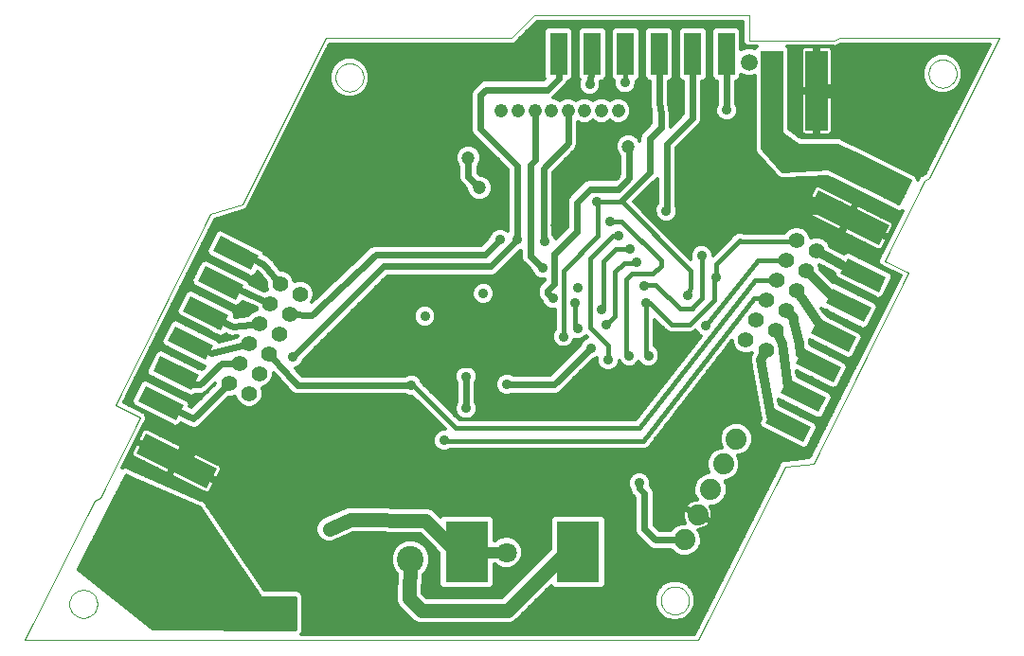
<source format=gbl>
G75*
%MOIN*%
%OFA0B0*%
%FSLAX24Y24*%
%IPPOS*%
%LPD*%
%AMOC8*
5,1,8,0,0,1.08239X$1,22.5*
%
%ADD10C,0.0000*%
%ADD11C,0.0476*%
%ADD12R,0.1516X0.2165*%
%ADD13C,0.0554*%
%ADD14C,0.0740*%
%ADD15R,0.0591X0.1496*%
%ADD16R,0.2795X0.0787*%
%ADD17R,0.0787X0.2795*%
%ADD18C,0.0591*%
%ADD19C,0.0356*%
%ADD20C,0.0945*%
%ADD21C,0.0500*%
%ADD22C,0.0472*%
%ADD23C,0.0160*%
%ADD24C,0.0240*%
%ADD25C,0.0120*%
%ADD26C,0.0768*%
%ADD27C,0.0709*%
%ADD28C,0.0400*%
%ADD29C,0.0660*%
%ADD30C,0.0827*%
%ADD31C,0.0760*%
%ADD32C,0.0320*%
D10*
X001464Y000942D02*
X003925Y005873D01*
X004132Y005942D01*
X005549Y008777D01*
X004663Y009219D01*
X008019Y015942D01*
X009141Y016296D01*
X012065Y022152D01*
X018610Y022152D01*
X019417Y022950D01*
X026966Y022950D01*
X026966Y022074D01*
X029978Y022074D01*
X030145Y022152D01*
X035785Y022152D01*
X033315Y017212D01*
X033147Y017133D01*
X031730Y014308D01*
X032586Y013885D01*
X029230Y007172D01*
X028236Y007064D01*
X025175Y000942D01*
X001464Y000942D01*
X003043Y002228D02*
X003045Y002272D01*
X003051Y002316D01*
X003061Y002359D01*
X003074Y002401D01*
X003092Y002441D01*
X003113Y002480D01*
X003137Y002517D01*
X003164Y002552D01*
X003195Y002584D01*
X003228Y002613D01*
X003264Y002639D01*
X003302Y002661D01*
X003342Y002680D01*
X003383Y002696D01*
X003426Y002708D01*
X003469Y002716D01*
X003513Y002720D01*
X003557Y002720D01*
X003601Y002716D01*
X003644Y002708D01*
X003687Y002696D01*
X003728Y002680D01*
X003768Y002661D01*
X003806Y002639D01*
X003842Y002613D01*
X003875Y002584D01*
X003906Y002552D01*
X003933Y002517D01*
X003957Y002480D01*
X003978Y002441D01*
X003996Y002401D01*
X004009Y002359D01*
X004019Y002316D01*
X004025Y002272D01*
X004027Y002228D01*
X004025Y002184D01*
X004019Y002140D01*
X004009Y002097D01*
X003996Y002055D01*
X003978Y002015D01*
X003957Y001976D01*
X003933Y001939D01*
X003906Y001904D01*
X003875Y001872D01*
X003842Y001843D01*
X003806Y001817D01*
X003768Y001795D01*
X003728Y001776D01*
X003687Y001760D01*
X003644Y001748D01*
X003601Y001740D01*
X003557Y001736D01*
X003513Y001736D01*
X003469Y001740D01*
X003426Y001748D01*
X003383Y001760D01*
X003342Y001776D01*
X003302Y001795D01*
X003264Y001817D01*
X003228Y001843D01*
X003195Y001872D01*
X003164Y001904D01*
X003137Y001939D01*
X003113Y001976D01*
X003092Y002015D01*
X003074Y002055D01*
X003061Y002097D01*
X003051Y002140D01*
X003045Y002184D01*
X003043Y002228D01*
X023864Y002345D02*
X023866Y002389D01*
X023872Y002433D01*
X023882Y002476D01*
X023895Y002518D01*
X023913Y002558D01*
X023934Y002597D01*
X023958Y002634D01*
X023985Y002669D01*
X024016Y002701D01*
X024049Y002730D01*
X024085Y002756D01*
X024123Y002778D01*
X024163Y002797D01*
X024204Y002813D01*
X024247Y002825D01*
X024290Y002833D01*
X024334Y002837D01*
X024378Y002837D01*
X024422Y002833D01*
X024465Y002825D01*
X024508Y002813D01*
X024549Y002797D01*
X024589Y002778D01*
X024627Y002756D01*
X024663Y002730D01*
X024696Y002701D01*
X024727Y002669D01*
X024754Y002634D01*
X024778Y002597D01*
X024799Y002558D01*
X024817Y002518D01*
X024830Y002476D01*
X024840Y002433D01*
X024846Y002389D01*
X024848Y002345D01*
X024846Y002301D01*
X024840Y002257D01*
X024830Y002214D01*
X024817Y002172D01*
X024799Y002132D01*
X024778Y002093D01*
X024754Y002056D01*
X024727Y002021D01*
X024696Y001989D01*
X024663Y001960D01*
X024627Y001934D01*
X024589Y001912D01*
X024549Y001893D01*
X024508Y001877D01*
X024465Y001865D01*
X024422Y001857D01*
X024378Y001853D01*
X024334Y001853D01*
X024290Y001857D01*
X024247Y001865D01*
X024204Y001877D01*
X024163Y001893D01*
X024123Y001912D01*
X024085Y001934D01*
X024049Y001960D01*
X024016Y001989D01*
X023985Y002021D01*
X023958Y002056D01*
X023934Y002093D01*
X023913Y002132D01*
X023895Y002172D01*
X023882Y002214D01*
X023872Y002257D01*
X023866Y002301D01*
X023864Y002345D01*
X012412Y020766D02*
X012414Y020810D01*
X012420Y020854D01*
X012430Y020897D01*
X012443Y020939D01*
X012461Y020979D01*
X012482Y021018D01*
X012506Y021055D01*
X012533Y021090D01*
X012564Y021122D01*
X012597Y021151D01*
X012633Y021177D01*
X012671Y021199D01*
X012711Y021218D01*
X012752Y021234D01*
X012795Y021246D01*
X012838Y021254D01*
X012882Y021258D01*
X012926Y021258D01*
X012970Y021254D01*
X013013Y021246D01*
X013056Y021234D01*
X013097Y021218D01*
X013137Y021199D01*
X013175Y021177D01*
X013211Y021151D01*
X013244Y021122D01*
X013275Y021090D01*
X013302Y021055D01*
X013326Y021018D01*
X013347Y020979D01*
X013365Y020939D01*
X013378Y020897D01*
X013388Y020854D01*
X013394Y020810D01*
X013396Y020766D01*
X013394Y020722D01*
X013388Y020678D01*
X013378Y020635D01*
X013365Y020593D01*
X013347Y020553D01*
X013326Y020514D01*
X013302Y020477D01*
X013275Y020442D01*
X013244Y020410D01*
X013211Y020381D01*
X013175Y020355D01*
X013137Y020333D01*
X013097Y020314D01*
X013056Y020298D01*
X013013Y020286D01*
X012970Y020278D01*
X012926Y020274D01*
X012882Y020274D01*
X012838Y020278D01*
X012795Y020286D01*
X012752Y020298D01*
X012711Y020314D01*
X012671Y020333D01*
X012633Y020355D01*
X012597Y020381D01*
X012564Y020410D01*
X012533Y020442D01*
X012506Y020477D01*
X012482Y020514D01*
X012461Y020553D01*
X012443Y020593D01*
X012430Y020635D01*
X012420Y020678D01*
X012414Y020722D01*
X012412Y020766D01*
X033282Y020898D02*
X033284Y020942D01*
X033290Y020986D01*
X033300Y021029D01*
X033313Y021071D01*
X033331Y021111D01*
X033352Y021150D01*
X033376Y021187D01*
X033403Y021222D01*
X033434Y021254D01*
X033467Y021283D01*
X033503Y021309D01*
X033541Y021331D01*
X033581Y021350D01*
X033622Y021366D01*
X033665Y021378D01*
X033708Y021386D01*
X033752Y021390D01*
X033796Y021390D01*
X033840Y021386D01*
X033883Y021378D01*
X033926Y021366D01*
X033967Y021350D01*
X034007Y021331D01*
X034045Y021309D01*
X034081Y021283D01*
X034114Y021254D01*
X034145Y021222D01*
X034172Y021187D01*
X034196Y021150D01*
X034217Y021111D01*
X034235Y021071D01*
X034248Y021029D01*
X034258Y020986D01*
X034264Y020942D01*
X034266Y020898D01*
X034264Y020854D01*
X034258Y020810D01*
X034248Y020767D01*
X034235Y020725D01*
X034217Y020685D01*
X034196Y020646D01*
X034172Y020609D01*
X034145Y020574D01*
X034114Y020542D01*
X034081Y020513D01*
X034045Y020487D01*
X034007Y020465D01*
X033967Y020446D01*
X033926Y020430D01*
X033883Y020418D01*
X033840Y020410D01*
X033796Y020406D01*
X033752Y020406D01*
X033708Y020410D01*
X033665Y020418D01*
X033622Y020430D01*
X033581Y020446D01*
X033541Y020465D01*
X033503Y020487D01*
X033467Y020513D01*
X033434Y020542D01*
X033403Y020574D01*
X033376Y020609D01*
X033352Y020646D01*
X033331Y020685D01*
X033313Y020725D01*
X033300Y020767D01*
X033290Y020810D01*
X033284Y020854D01*
X033282Y020898D01*
D11*
X022361Y019596D03*
X021771Y019596D03*
X021180Y019596D03*
X020590Y019596D03*
X020019Y019596D03*
X019428Y019596D03*
X018838Y019596D03*
X018247Y019596D03*
D12*
X017033Y004058D03*
X020950Y004058D03*
D13*
X027557Y011158D03*
X026855Y011515D03*
X027212Y012217D03*
X027570Y012918D03*
X028272Y012561D03*
X028629Y013262D03*
X027927Y013620D03*
X028285Y014322D03*
X028986Y013964D03*
X029344Y014666D03*
X028642Y015023D03*
X027914Y011859D03*
X011161Y013141D03*
X010459Y013499D03*
X010102Y012797D03*
X010803Y012439D03*
X010446Y011738D03*
X009744Y012095D03*
X009387Y011394D03*
X010088Y011036D03*
X009731Y010335D03*
X009029Y010692D03*
X008672Y009991D03*
X009373Y009633D03*
D14*
X024703Y004476D03*
X025157Y005367D03*
X025611Y006258D03*
X026065Y007149D03*
X026519Y008040D03*
D15*
G36*
X029143Y008446D02*
X028879Y007919D01*
X027543Y008588D01*
X027807Y009115D01*
X029143Y008446D01*
G37*
G36*
X029672Y009503D02*
X029408Y008976D01*
X028072Y009645D01*
X028336Y010172D01*
X029672Y009503D01*
G37*
G36*
X030200Y010559D02*
X029936Y010032D01*
X028600Y010701D01*
X028864Y011228D01*
X030200Y010559D01*
G37*
G36*
X030729Y011615D02*
X030465Y011088D01*
X029129Y011757D01*
X029393Y012284D01*
X030729Y011615D01*
G37*
G36*
X031258Y012671D02*
X030994Y012144D01*
X029658Y012813D01*
X029922Y013340D01*
X031258Y012671D01*
G37*
G36*
X031787Y013727D02*
X031523Y013200D01*
X030187Y013869D01*
X030451Y014396D01*
X031787Y013727D01*
G37*
X026166Y021601D03*
X024984Y021601D03*
X023803Y021601D03*
X022622Y021601D03*
X021441Y021601D03*
X020260Y021601D03*
G36*
X008106Y014648D02*
X008370Y015175D01*
X009706Y014506D01*
X009442Y013979D01*
X008106Y014648D01*
G37*
G36*
X007577Y013592D02*
X007841Y014119D01*
X009177Y013450D01*
X008913Y012923D01*
X007577Y013592D01*
G37*
G36*
X007048Y012536D02*
X007312Y013063D01*
X008648Y012394D01*
X008384Y011867D01*
X007048Y012536D01*
G37*
G36*
X006519Y011480D02*
X006783Y012007D01*
X008119Y011338D01*
X007855Y010811D01*
X006519Y011480D01*
G37*
G36*
X005990Y010424D02*
X006254Y010951D01*
X007590Y010282D01*
X007326Y009755D01*
X005990Y010424D01*
G37*
G36*
X005462Y009367D02*
X005726Y009894D01*
X007062Y009225D01*
X006798Y008698D01*
X005462Y009367D01*
G37*
D16*
G36*
X005742Y008232D02*
X008240Y006982D01*
X007888Y006280D01*
X005390Y007530D01*
X005742Y008232D01*
G37*
G36*
X005037Y006824D02*
X007535Y005574D01*
X007183Y004872D01*
X004685Y006122D01*
X005037Y006824D01*
G37*
G36*
X031539Y014843D02*
X029041Y016093D01*
X029393Y016795D01*
X031891Y015545D01*
X031539Y014843D01*
G37*
G36*
X032244Y016251D02*
X029746Y017501D01*
X030098Y018203D01*
X032596Y016953D01*
X032244Y016251D01*
G37*
D17*
X029345Y020296D03*
X027770Y020296D03*
D18*
X026966Y021306D03*
X033069Y019574D03*
X028220Y016469D03*
X007513Y007826D03*
D19*
X010913Y010922D03*
X014958Y010893D03*
X015077Y009928D03*
X016578Y010648D03*
X017011Y010234D03*
X017017Y009111D03*
X017621Y009282D03*
X018444Y009957D03*
X020746Y009672D03*
X022006Y010814D03*
X021394Y011233D03*
X020923Y011916D03*
X020431Y011641D03*
X020844Y012841D03*
X020943Y013353D03*
X020057Y012979D03*
X019712Y014044D03*
X019770Y014979D03*
X018817Y015046D03*
X018206Y015066D03*
X017616Y013156D03*
X015556Y012354D03*
X016238Y007979D03*
X013580Y006601D03*
X012190Y004871D03*
X020077Y007113D03*
X023108Y006483D03*
X025903Y008491D03*
X023423Y010971D03*
X022754Y010971D03*
X021947Y012064D03*
X021782Y012588D03*
X023344Y012822D03*
X023256Y013422D03*
X023019Y014269D03*
X022760Y014730D03*
X022360Y015184D03*
X022084Y015696D03*
X021612Y016404D03*
X022285Y017293D03*
X024053Y016070D03*
X025305Y017200D03*
X026179Y019613D03*
X022596Y020578D03*
X021356Y020538D03*
X025293Y014495D03*
X025817Y013711D03*
X024801Y013096D03*
X025431Y012034D03*
X024407Y011523D03*
D20*
X018604Y011556D03*
X015048Y003791D03*
X010549Y001916D03*
X032045Y021168D03*
D21*
X030779Y020296D01*
X029345Y020296D01*
X026999Y017464D02*
X028220Y016469D01*
X028285Y016178D02*
X026999Y017464D01*
X028285Y016178D02*
X030107Y016178D01*
X030466Y015819D01*
X016674Y004058D02*
X015588Y005145D01*
X012935Y005184D01*
X012190Y004871D01*
X015048Y003791D02*
X015009Y002417D01*
X015431Y001995D01*
X018462Y001995D01*
X020526Y004058D01*
X020950Y004058D01*
X017033Y004058D02*
X016674Y004058D01*
X007513Y007826D02*
X006815Y007256D01*
D22*
X017478Y016877D03*
X017084Y017940D03*
X020195Y015558D03*
X022714Y018334D03*
D23*
X022285Y017293D02*
X022282Y017290D01*
X022468Y016424D02*
X022449Y016404D01*
X021612Y016404D01*
X021651Y016365D01*
X021651Y015184D01*
X020431Y013964D01*
X020431Y011641D01*
X020844Y011995D02*
X020923Y011916D01*
X020844Y011995D02*
X020844Y012841D01*
X021782Y012588D02*
X021848Y012600D01*
X021848Y014278D01*
X022281Y014712D01*
X022742Y014712D01*
X022760Y014730D01*
X022360Y015184D02*
X022163Y015184D01*
X021376Y014397D01*
X021376Y011956D01*
X022006Y011326D01*
X022006Y010814D01*
X022636Y011089D02*
X022636Y013649D01*
X022832Y013845D01*
X023580Y013845D01*
X023856Y014121D01*
X023856Y014318D01*
X022478Y015696D01*
X022084Y015696D01*
X022468Y016424D02*
X024890Y013964D01*
X024890Y013342D01*
X024801Y013096D01*
X024988Y012654D02*
X025313Y012979D01*
X025313Y014475D01*
X025293Y014495D01*
X025815Y014190D02*
X025815Y013713D01*
X025817Y013711D01*
X025736Y013630D01*
X025736Y012930D01*
X024880Y012074D01*
X024226Y012074D01*
X023478Y012822D01*
X023344Y012822D01*
X023344Y011050D01*
X023423Y010971D01*
X022754Y010971D02*
X022636Y011089D01*
X021947Y012064D02*
X022242Y012359D01*
X022242Y013924D01*
X022557Y014239D01*
X022990Y014239D01*
X023019Y014269D01*
X023256Y013422D02*
X023462Y013471D01*
X023689Y013471D01*
X024525Y012635D01*
X024988Y012635D01*
X024988Y012654D01*
X025431Y012034D02*
X027281Y014322D01*
X028285Y014322D01*
X027927Y013620D02*
X027233Y013620D01*
X027163Y013629D02*
X023108Y008412D01*
X016651Y008412D01*
X015136Y009928D01*
X015077Y009928D01*
X016238Y007979D02*
X016258Y007960D01*
X023246Y007960D01*
X027124Y012979D01*
X027509Y012979D01*
X027570Y012918D01*
X025817Y013711D02*
X025736Y013590D01*
X025815Y014190D02*
X026617Y014992D01*
X028611Y014992D01*
X028642Y015023D01*
X026648Y015023D02*
X026617Y014992D01*
X025305Y017200D02*
X025212Y017293D01*
X026179Y019613D02*
X026166Y019626D01*
X022596Y020578D02*
X022622Y021601D01*
X010459Y013499D02*
X010470Y013470D01*
X009148Y014577D02*
X008906Y014577D01*
X008551Y013521D02*
X008377Y013521D01*
X005226Y006638D02*
X004996Y006638D01*
X005037Y006719D02*
X007596Y005617D01*
X009762Y002428D01*
X010982Y002428D01*
X010982Y001365D01*
X005982Y001404D01*
X003384Y003452D01*
X005037Y006719D01*
X004916Y006480D02*
X005594Y006480D01*
X005962Y006321D02*
X004836Y006321D01*
X004755Y006163D02*
X006330Y006163D01*
X006698Y006004D02*
X004675Y006004D01*
X004595Y005846D02*
X007066Y005846D01*
X007434Y005687D02*
X004515Y005687D01*
X004435Y005529D02*
X007656Y005529D01*
X007764Y005370D02*
X004354Y005370D01*
X004274Y005212D02*
X007872Y005212D01*
X007979Y005053D02*
X004194Y005053D01*
X004114Y004895D02*
X008087Y004895D01*
X008194Y004736D02*
X004034Y004736D01*
X003953Y004578D02*
X008302Y004578D01*
X008410Y004419D02*
X003873Y004419D01*
X003793Y004261D02*
X008517Y004261D01*
X008625Y004102D02*
X003713Y004102D01*
X003632Y003944D02*
X008733Y003944D01*
X008840Y003785D02*
X003552Y003785D01*
X003472Y003627D02*
X008948Y003627D01*
X009055Y003468D02*
X003392Y003468D01*
X003564Y003310D02*
X009163Y003310D01*
X009271Y003151D02*
X003765Y003151D01*
X003966Y002993D02*
X009378Y002993D01*
X009486Y002834D02*
X004168Y002834D01*
X004369Y002676D02*
X009594Y002676D01*
X009701Y002517D02*
X004570Y002517D01*
X004771Y002359D02*
X010982Y002359D01*
X010982Y002200D02*
X004972Y002200D01*
X005173Y002042D02*
X010982Y002042D01*
X010982Y001883D02*
X005375Y001883D01*
X005576Y001725D02*
X010982Y001725D01*
X010982Y001566D02*
X005777Y001566D01*
X005978Y001408D02*
X010982Y001408D01*
X020903Y009475D02*
X020746Y009672D01*
X020903Y009475D02*
X023502Y009475D01*
X024604Y010893D01*
X024407Y011523D01*
X023847Y012447D02*
X023847Y012452D01*
X027734Y008812D02*
X027951Y008688D01*
X030209Y012742D02*
X030458Y012742D01*
D24*
X030987Y013798D02*
X030251Y014152D01*
X028541Y012291D02*
X028541Y012152D01*
X024073Y016089D02*
X024073Y018432D01*
X024978Y019338D01*
X024984Y021601D01*
X023803Y021601D02*
X023803Y019902D01*
X023856Y019495D01*
X023856Y019003D01*
X023462Y018609D01*
X023462Y017418D01*
X022468Y016424D01*
X022360Y016838D02*
X022754Y017231D01*
X022754Y018058D01*
X022714Y018334D01*
X022282Y017290D02*
X020962Y017290D01*
X020234Y016562D01*
X020195Y015558D01*
X019732Y015020D02*
X019770Y014979D01*
X019732Y015020D02*
X019732Y017546D01*
X020590Y018443D01*
X020590Y019596D01*
X019880Y020341D02*
X017714Y020341D01*
X017517Y020145D01*
X017517Y018964D01*
X018817Y017664D01*
X018817Y015046D01*
X017882Y014111D01*
X014102Y014111D01*
X010913Y010922D01*
X010088Y011036D02*
X011078Y009928D01*
X015077Y009928D01*
X015203Y010648D02*
X014958Y010893D01*
X015203Y010648D02*
X016578Y010648D01*
X017762Y010648D01*
X017872Y010538D01*
X017872Y009936D01*
X017621Y009282D01*
X017017Y009111D02*
X017011Y009117D01*
X017011Y010234D01*
X018444Y009957D02*
X018690Y009948D01*
X020109Y009948D01*
X021394Y011233D01*
X020057Y012979D02*
X019880Y013156D01*
X019880Y013255D01*
X020116Y013491D01*
X020116Y014554D01*
X020903Y015341D01*
X020903Y016365D01*
X021376Y016838D01*
X022360Y016838D01*
X019428Y017843D02*
X019289Y017704D01*
X019289Y014467D01*
X019712Y014044D01*
X018206Y015066D02*
X017665Y014525D01*
X013827Y014525D01*
X011584Y012400D01*
X010803Y012439D01*
X010102Y012797D02*
X008551Y013521D01*
X009148Y014577D02*
X009919Y014160D01*
X010470Y013470D01*
X009744Y012095D02*
X008795Y011977D01*
X008305Y012231D01*
X008278Y012034D01*
X007848Y012465D01*
X007319Y011409D02*
X008029Y011050D01*
X009387Y011394D01*
X009029Y010692D02*
X008521Y010676D01*
X008403Y010676D01*
X007636Y009948D01*
X007195Y009948D01*
X006790Y010353D01*
X006262Y009296D02*
X007419Y008747D01*
X008672Y009991D01*
X013580Y006601D02*
X019565Y006601D01*
X020077Y007113D01*
X023108Y006483D02*
X023108Y006291D01*
X023289Y006109D01*
X023289Y004850D01*
X023663Y004476D01*
X024703Y004476D01*
X017478Y016877D02*
X017084Y017271D01*
X017084Y017940D01*
X017478Y016887D02*
X017478Y016877D01*
X019428Y017843D02*
X019428Y019596D01*
X019880Y020341D02*
X020260Y020722D01*
X020260Y021601D01*
X021441Y021601D02*
X021356Y020538D01*
X026166Y019626D02*
X026166Y021601D01*
D25*
X026681Y021746D02*
X026681Y022440D01*
X026552Y022569D01*
X025779Y022569D01*
X025651Y022440D01*
X025651Y020762D01*
X025779Y020633D01*
X025826Y020633D01*
X025826Y019801D01*
X025781Y019692D01*
X025781Y019534D01*
X025841Y019388D01*
X025953Y019276D01*
X026100Y019215D01*
X026258Y019215D01*
X026404Y019276D01*
X026516Y019388D01*
X026577Y019534D01*
X026577Y019692D01*
X026516Y019839D01*
X026506Y019849D01*
X026506Y020633D01*
X026552Y020633D01*
X026681Y020762D01*
X026681Y020866D01*
X026864Y020791D01*
X027069Y020791D01*
X027157Y020827D01*
X027157Y018807D01*
X027159Y018805D01*
X027159Y018262D01*
X027156Y018214D01*
X027159Y018207D01*
X027159Y018199D01*
X027177Y018155D01*
X027193Y018109D01*
X027198Y018103D01*
X027201Y018096D01*
X027236Y018062D01*
X027912Y017311D01*
X027918Y017298D01*
X027949Y017270D01*
X027977Y017239D01*
X027990Y017233D01*
X028000Y017223D01*
X028039Y017209D01*
X028077Y017191D01*
X028091Y017190D01*
X028105Y017185D01*
X028147Y017187D01*
X028188Y017185D01*
X028202Y017190D01*
X029730Y017262D01*
X032228Y016011D01*
X032361Y016056D01*
X031574Y014487D01*
X031573Y014487D01*
X031533Y014406D01*
X031493Y014325D01*
X031493Y014324D01*
X031492Y014324D01*
X031521Y014238D01*
X031550Y014152D01*
X031551Y014152D01*
X031551Y014151D01*
X031632Y014111D01*
X031713Y014070D01*
X031714Y014071D01*
X032291Y013785D01*
X029087Y007378D01*
X028276Y007290D01*
X028253Y007301D01*
X028189Y007280D01*
X028122Y007273D01*
X028105Y007252D01*
X028080Y007244D01*
X028050Y007183D01*
X028007Y007131D01*
X028010Y007104D01*
X025039Y001162D01*
X011203Y001162D01*
X011235Y001193D01*
X011235Y001194D01*
X011236Y001195D01*
X011259Y001249D01*
X011282Y001303D01*
X011282Y001304D01*
X011282Y001305D01*
X011282Y001364D01*
X011282Y001422D01*
X011282Y001424D01*
X011282Y002488D01*
X011236Y002598D01*
X011152Y002682D01*
X011042Y002728D01*
X009920Y002728D01*
X007863Y005758D01*
X007853Y005783D01*
X007830Y005807D01*
X007811Y005835D01*
X007788Y005850D01*
X007770Y005869D01*
X007739Y005882D01*
X007711Y005901D01*
X007685Y005906D01*
X005402Y006889D01*
X005053Y007064D01*
X004916Y007018D01*
X005705Y008597D01*
X005771Y008728D01*
X005786Y008760D01*
X005729Y008933D01*
X005693Y008950D01*
X004958Y009318D01*
X008175Y015760D01*
X009123Y016060D01*
X009125Y016059D01*
X009209Y016087D01*
X009295Y016114D01*
X009296Y016116D01*
X009298Y016116D01*
X009337Y016196D01*
X009379Y016276D01*
X009378Y016278D01*
X012201Y021932D01*
X018609Y021932D01*
X018700Y021932D01*
X018700Y021932D01*
X018701Y021932D01*
X018765Y021997D01*
X019507Y022730D01*
X026746Y022730D01*
X026746Y021983D01*
X026875Y021854D01*
X027226Y021854D01*
X027157Y021785D01*
X027069Y021821D01*
X026864Y021821D01*
X026681Y021746D01*
X026681Y021788D02*
X026784Y021788D01*
X026822Y021907D02*
X026681Y021907D01*
X026681Y022025D02*
X026746Y022025D01*
X026746Y022144D02*
X026681Y022144D01*
X026681Y022262D02*
X026746Y022262D01*
X026746Y022381D02*
X026681Y022381D01*
X026622Y022499D02*
X026746Y022499D01*
X026746Y022618D02*
X019394Y022618D01*
X019274Y022499D02*
X019804Y022499D01*
X019745Y022440D02*
X019874Y022569D01*
X020646Y022569D01*
X020775Y022440D01*
X020775Y020762D01*
X020646Y020633D01*
X020591Y020633D01*
X020548Y020529D01*
X020168Y020149D01*
X020072Y020053D01*
X020110Y020053D01*
X020278Y019984D01*
X020304Y019958D01*
X020330Y019984D01*
X020498Y020053D01*
X020681Y020053D01*
X020849Y019984D01*
X020885Y019948D01*
X020921Y019984D01*
X021089Y020053D01*
X021271Y020053D01*
X021439Y019984D01*
X021475Y019948D01*
X021511Y019984D01*
X021680Y020053D01*
X021862Y020053D01*
X022030Y019984D01*
X022066Y019948D01*
X022102Y019984D01*
X022270Y020053D01*
X022452Y020053D01*
X022620Y019984D01*
X022749Y019855D01*
X022819Y019687D01*
X022819Y019505D01*
X022749Y019336D01*
X022620Y019208D01*
X022452Y019138D01*
X022270Y019138D01*
X022102Y019208D01*
X022066Y019244D01*
X022030Y019208D01*
X021862Y019138D01*
X021680Y019138D01*
X021511Y019208D01*
X021475Y019244D01*
X021439Y019208D01*
X021271Y019138D01*
X021089Y019138D01*
X020930Y019204D01*
X020930Y018447D01*
X020931Y018383D01*
X020930Y018379D01*
X020930Y018375D01*
X020905Y018316D01*
X020882Y018257D01*
X020879Y018254D01*
X020878Y018250D01*
X020833Y018205D01*
X020072Y017410D01*
X020072Y015240D01*
X020107Y015204D01*
X020159Y015078D01*
X020563Y015482D01*
X020563Y016433D01*
X020615Y016558D01*
X021087Y017030D01*
X021183Y017126D01*
X021308Y017178D01*
X022219Y017178D01*
X022414Y017372D01*
X022414Y017989D01*
X022328Y018075D01*
X022258Y018243D01*
X022258Y018424D01*
X022328Y018592D01*
X022456Y018720D01*
X022624Y018790D01*
X022805Y018790D01*
X022973Y018720D01*
X023101Y018592D01*
X023122Y018541D01*
X023122Y018677D01*
X023174Y018802D01*
X023270Y018897D01*
X023270Y018897D01*
X023516Y019144D01*
X023516Y019473D01*
X023472Y019814D01*
X023463Y019834D01*
X023463Y019880D01*
X023458Y019925D01*
X023463Y019947D01*
X023463Y020633D01*
X023417Y020633D01*
X023288Y020762D01*
X023288Y022440D01*
X023417Y022569D01*
X024190Y022569D01*
X024319Y022440D01*
X024319Y020762D01*
X024190Y020633D01*
X024143Y020633D01*
X024143Y019924D01*
X024187Y019583D01*
X024196Y019563D01*
X024196Y019517D01*
X024202Y019472D01*
X024196Y019450D01*
X024196Y019036D01*
X024638Y019479D01*
X024642Y020633D01*
X024598Y020633D01*
X024469Y020762D01*
X024469Y022440D01*
X024598Y022569D01*
X025371Y022569D01*
X025500Y022440D01*
X025500Y020762D01*
X025371Y020633D01*
X025322Y020633D01*
X025318Y019337D01*
X025318Y019270D01*
X025318Y019269D01*
X025318Y019269D01*
X025292Y019207D01*
X025266Y019145D01*
X025266Y019145D01*
X025266Y019144D01*
X025218Y019097D01*
X024413Y018291D01*
X024413Y016242D01*
X024451Y016149D01*
X024451Y015991D01*
X024390Y015844D01*
X024278Y015732D01*
X024132Y015672D01*
X023974Y015672D01*
X023827Y015732D01*
X023715Y015844D01*
X023655Y015991D01*
X023655Y016149D01*
X023715Y016295D01*
X023733Y016313D01*
X023733Y017208D01*
X022919Y016394D01*
X024916Y014364D01*
X024895Y014416D01*
X024895Y014574D01*
X024956Y014721D01*
X025068Y014833D01*
X025214Y014893D01*
X025372Y014893D01*
X025519Y014833D01*
X025631Y014721D01*
X025691Y014574D01*
X025691Y014491D01*
X026447Y015246D01*
X026478Y015277D01*
X026588Y015323D01*
X026708Y015323D01*
X026783Y015292D01*
X028216Y015292D01*
X028221Y015305D01*
X028361Y015445D01*
X028543Y015520D01*
X028741Y015520D01*
X028924Y015445D01*
X029064Y015305D01*
X029140Y015122D01*
X029140Y015119D01*
X029245Y015163D01*
X029443Y015163D01*
X029626Y015087D01*
X029765Y014947D01*
X029811Y014838D01*
X030290Y014567D01*
X030294Y014577D01*
X030467Y014635D01*
X031968Y013883D01*
X032026Y013710D01*
X031680Y013019D01*
X031507Y012962D01*
X030006Y013713D01*
X029948Y013886D01*
X029949Y013887D01*
X029447Y014170D01*
X029443Y014168D01*
X029440Y014168D01*
X029484Y014063D01*
X029484Y014004D01*
X029917Y013571D01*
X029939Y013578D01*
X031439Y012827D01*
X031497Y012654D01*
X031151Y011963D01*
X030978Y011905D01*
X029522Y012635D01*
X029691Y012381D01*
X030910Y011771D01*
X030968Y011598D01*
X030622Y010907D01*
X030449Y010849D01*
X029107Y011521D01*
X029108Y011519D01*
X029113Y011473D01*
X029125Y011428D01*
X029121Y011399D01*
X029126Y011343D01*
X030381Y010715D01*
X030439Y010542D01*
X030093Y009851D01*
X029920Y009793D01*
X028655Y010427D01*
X028679Y010247D01*
X029853Y009659D01*
X029910Y009486D01*
X029564Y008795D01*
X029391Y008737D01*
X028011Y009428D01*
X028044Y009243D01*
X029324Y008602D01*
X029381Y008429D01*
X029035Y007738D01*
X028862Y007681D01*
X027362Y008432D01*
X027304Y008605D01*
X027364Y008724D01*
X027010Y010734D01*
X026994Y010783D01*
X026997Y010807D01*
X026992Y010831D01*
X027004Y010882D01*
X027008Y010934D01*
X027020Y010955D01*
X027025Y010979D01*
X027055Y011021D01*
X027066Y011043D01*
X027059Y011059D01*
X027059Y011062D01*
X026954Y011018D01*
X026756Y011018D01*
X026573Y011094D01*
X026434Y011234D01*
X026358Y011416D01*
X026358Y011497D01*
X023508Y007808D01*
X023500Y007790D01*
X023471Y007761D01*
X023447Y007729D01*
X023430Y007719D01*
X023416Y007705D01*
X023378Y007690D01*
X023343Y007670D01*
X023324Y007667D01*
X023305Y007660D01*
X023265Y007660D01*
X023225Y007654D01*
X023206Y007660D01*
X016481Y007660D01*
X016463Y007642D01*
X016317Y007581D01*
X016159Y007581D01*
X016012Y007642D01*
X015900Y007754D01*
X015840Y007900D01*
X015840Y008058D01*
X015900Y008205D01*
X016012Y008317D01*
X016159Y008377D01*
X016262Y008377D01*
X015109Y009530D01*
X014997Y009530D01*
X014857Y009588D01*
X011136Y009588D01*
X011127Y009585D01*
X011069Y009588D01*
X011011Y009588D01*
X011002Y009592D01*
X010992Y009592D01*
X010939Y009618D01*
X010886Y009640D01*
X010879Y009647D01*
X010870Y009651D01*
X010831Y009694D01*
X010790Y009735D01*
X010786Y009745D01*
X010228Y010370D01*
X010228Y010236D01*
X010152Y010053D01*
X010012Y009913D01*
X009830Y009838D01*
X009827Y009838D01*
X009870Y009732D01*
X009870Y009534D01*
X009795Y009352D01*
X009655Y009212D01*
X009472Y009136D01*
X009274Y009136D01*
X009092Y009212D01*
X008952Y009352D01*
X008876Y009534D01*
X008876Y009537D01*
X008771Y009493D01*
X008654Y009493D01*
X007701Y008548D01*
X007697Y008540D01*
X007653Y008500D01*
X007611Y008458D01*
X007603Y008455D01*
X007597Y008449D01*
X007541Y008429D01*
X007485Y008407D01*
X007477Y008407D01*
X007469Y008404D01*
X007410Y008407D01*
X007350Y008407D01*
X007343Y008410D01*
X007334Y008411D01*
X007280Y008436D01*
X007225Y008459D01*
X007220Y008465D01*
X006984Y008577D01*
X006954Y008518D01*
X006781Y008460D01*
X005281Y009211D01*
X005223Y009384D01*
X005569Y010075D01*
X005742Y010133D01*
X007243Y009381D01*
X007300Y009209D01*
X007289Y009185D01*
X007349Y009157D01*
X008175Y009976D01*
X008175Y009990D01*
X007873Y009704D01*
X007828Y009660D01*
X007824Y009658D01*
X007821Y009655D01*
X007762Y009632D01*
X007703Y009608D01*
X007699Y009608D01*
X007694Y009606D01*
X007631Y009608D01*
X007500Y009608D01*
X007483Y009574D01*
X007310Y009516D01*
X007124Y009609D01*
X007003Y009660D01*
X006982Y009681D01*
X005809Y010268D01*
X005752Y010440D01*
X006098Y011131D01*
X006271Y011189D01*
X007697Y010475D01*
X007813Y010585D01*
X006338Y011324D01*
X006281Y011497D01*
X006627Y012188D01*
X006800Y012245D01*
X008300Y011494D01*
X008308Y011471D01*
X008948Y011633D01*
X008957Y011655D01*
X008868Y011644D01*
X008833Y011633D01*
X008802Y011635D01*
X008770Y011632D01*
X008735Y011641D01*
X008699Y011644D01*
X008670Y011659D01*
X008640Y011667D01*
X008611Y011690D01*
X008557Y011718D01*
X008541Y011686D01*
X008368Y011628D01*
X008236Y011694D01*
X008211Y011694D01*
X008189Y011703D01*
X008166Y011706D01*
X008127Y011729D01*
X008086Y011746D01*
X008069Y011763D01*
X008049Y011774D01*
X008033Y011796D01*
X006867Y012380D01*
X006810Y012553D01*
X007156Y013244D01*
X007329Y013301D01*
X008829Y012550D01*
X008887Y012377D01*
X008862Y012328D01*
X009332Y012387D01*
X009463Y012517D01*
X009645Y012593D01*
X009648Y012593D01*
X009627Y012643D01*
X009135Y012873D01*
X009070Y012742D01*
X008897Y012684D01*
X007396Y013436D01*
X007338Y013609D01*
X007684Y014300D01*
X007857Y014357D01*
X009358Y013606D01*
X009392Y013503D01*
X009917Y013258D01*
X010003Y013294D01*
X010006Y013294D01*
X009962Y013400D01*
X009962Y013562D01*
X009697Y013894D01*
X009657Y013915D01*
X009599Y013798D01*
X009426Y013741D01*
X007925Y014492D01*
X007867Y014665D01*
X008213Y015356D01*
X008386Y015414D01*
X009887Y014662D01*
X009927Y014543D01*
X010023Y014491D01*
X010024Y014491D01*
X010082Y014459D01*
X010140Y014427D01*
X010141Y014426D01*
X010142Y014425D01*
X010184Y014374D01*
X010226Y014322D01*
X010226Y014321D01*
X010486Y013996D01*
X010558Y013996D01*
X010741Y013920D01*
X010881Y013780D01*
X010956Y013597D01*
X010956Y013595D01*
X011062Y013638D01*
X011260Y013638D01*
X011442Y013563D01*
X011582Y013423D01*
X011658Y013240D01*
X011658Y013042D01*
X011587Y012871D01*
X013589Y014768D01*
X013634Y014813D01*
X013638Y014815D01*
X013642Y014818D01*
X013701Y014840D01*
X013759Y014865D01*
X013764Y014865D01*
X013768Y014866D01*
X013831Y014865D01*
X017524Y014865D01*
X017811Y015151D01*
X017869Y015291D01*
X017981Y015403D01*
X018127Y015464D01*
X018286Y015464D01*
X018432Y015403D01*
X018477Y015359D01*
X018477Y017523D01*
X017229Y018771D01*
X017177Y018896D01*
X017177Y020212D01*
X017229Y020337D01*
X017325Y020433D01*
X017522Y020630D01*
X017647Y020681D01*
X019739Y020681D01*
X019782Y020724D01*
X019745Y020762D01*
X019745Y022440D01*
X019745Y022381D02*
X019154Y022381D01*
X019034Y022262D02*
X019745Y022262D01*
X019745Y022144D02*
X018914Y022144D01*
X018794Y022025D02*
X019745Y022025D01*
X019745Y021907D02*
X012188Y021907D01*
X012129Y021788D02*
X019745Y021788D01*
X019745Y021670D02*
X012070Y021670D01*
X012010Y021551D02*
X019745Y021551D01*
X019745Y021433D02*
X013156Y021433D01*
X013046Y021478D02*
X013308Y021370D01*
X013508Y021169D01*
X013616Y020908D01*
X013616Y020624D01*
X013508Y020363D01*
X013308Y020162D01*
X013046Y020054D01*
X012763Y020054D01*
X012501Y020162D01*
X012301Y020363D01*
X012192Y020624D01*
X012192Y020908D01*
X012301Y021169D01*
X012501Y021370D01*
X012763Y021478D01*
X013046Y021478D01*
X013363Y021314D02*
X019745Y021314D01*
X019745Y021196D02*
X013482Y021196D01*
X013546Y021077D02*
X019745Y021077D01*
X019745Y020959D02*
X013595Y020959D01*
X013616Y020840D02*
X019745Y020840D01*
X019779Y020722D02*
X013616Y020722D01*
X013608Y020603D02*
X017495Y020603D01*
X017377Y020485D02*
X013558Y020485D01*
X013509Y020366D02*
X017258Y020366D01*
X017192Y020248D02*
X013393Y020248D01*
X013228Y020129D02*
X017177Y020129D01*
X017177Y020011D02*
X011241Y020011D01*
X011301Y020129D02*
X012581Y020129D01*
X012415Y020248D02*
X011360Y020248D01*
X011419Y020366D02*
X012299Y020366D01*
X012250Y020485D02*
X011478Y020485D01*
X011537Y020603D02*
X012201Y020603D01*
X012192Y020722D02*
X011596Y020722D01*
X011655Y020840D02*
X012192Y020840D01*
X012213Y020959D02*
X011715Y020959D01*
X011774Y021077D02*
X012262Y021077D01*
X012327Y021196D02*
X011833Y021196D01*
X011892Y021314D02*
X012445Y021314D01*
X012653Y021433D02*
X011951Y021433D01*
X011182Y019892D02*
X017177Y019892D01*
X017177Y019774D02*
X011123Y019774D01*
X011064Y019655D02*
X017177Y019655D01*
X017177Y019537D02*
X011005Y019537D01*
X010946Y019418D02*
X017177Y019418D01*
X017177Y019300D02*
X010887Y019300D01*
X010827Y019181D02*
X017177Y019181D01*
X017177Y019063D02*
X010768Y019063D01*
X010709Y018944D02*
X017177Y018944D01*
X017207Y018826D02*
X010650Y018826D01*
X010591Y018707D02*
X017293Y018707D01*
X017412Y018589D02*
X010532Y018589D01*
X010472Y018470D02*
X017530Y018470D01*
X017649Y018352D02*
X017283Y018352D01*
X017343Y018327D02*
X017175Y018396D01*
X016994Y018396D01*
X016826Y018327D01*
X016698Y018198D01*
X016628Y018031D01*
X016628Y017849D01*
X016698Y017681D01*
X016744Y017635D01*
X016744Y017203D01*
X016796Y017078D01*
X017022Y016852D01*
X017022Y016786D01*
X017091Y016618D01*
X017220Y016490D01*
X017387Y016421D01*
X017569Y016421D01*
X017737Y016490D01*
X017865Y016618D01*
X017934Y016786D01*
X017934Y016968D01*
X017865Y017135D01*
X017737Y017264D01*
X017569Y017333D01*
X017503Y017333D01*
X017424Y017411D01*
X017424Y017635D01*
X017471Y017681D01*
X017541Y017849D01*
X017541Y018031D01*
X017471Y018198D01*
X017343Y018327D01*
X017436Y018233D02*
X017767Y018233D01*
X017886Y018115D02*
X017506Y018115D01*
X017541Y017996D02*
X018004Y017996D01*
X018123Y017878D02*
X017541Y017878D01*
X017503Y017759D02*
X018241Y017759D01*
X018360Y017641D02*
X017430Y017641D01*
X017424Y017522D02*
X018477Y017522D01*
X018477Y017404D02*
X017432Y017404D01*
X017685Y017285D02*
X018477Y017285D01*
X018477Y017167D02*
X017834Y017167D01*
X017901Y017048D02*
X018477Y017048D01*
X018477Y016930D02*
X017934Y016930D01*
X017934Y016811D02*
X018477Y016811D01*
X018477Y016693D02*
X017896Y016693D01*
X017820Y016574D02*
X018477Y016574D01*
X018477Y016456D02*
X017653Y016456D01*
X017303Y016456D02*
X009467Y016456D01*
X009526Y016574D02*
X017136Y016574D01*
X017061Y016693D02*
X009585Y016693D01*
X009644Y016811D02*
X017022Y016811D01*
X016945Y016930D02*
X009704Y016930D01*
X009763Y017048D02*
X016826Y017048D01*
X016759Y017167D02*
X009822Y017167D01*
X009881Y017285D02*
X016744Y017285D01*
X016744Y017404D02*
X009940Y017404D01*
X009999Y017522D02*
X016744Y017522D01*
X016739Y017641D02*
X010058Y017641D01*
X010118Y017759D02*
X016665Y017759D01*
X016628Y017878D02*
X010177Y017878D01*
X010236Y017996D02*
X016628Y017996D01*
X016663Y018115D02*
X010295Y018115D01*
X010354Y018233D02*
X016732Y018233D01*
X016886Y018352D02*
X010413Y018352D01*
X009408Y016337D02*
X018477Y016337D01*
X018477Y016219D02*
X009349Y016219D01*
X009251Y016100D02*
X018477Y016100D01*
X018477Y015982D02*
X008876Y015982D01*
X008500Y015863D02*
X018477Y015863D01*
X018477Y015745D02*
X008167Y015745D01*
X008108Y015626D02*
X018477Y015626D01*
X018477Y015508D02*
X008048Y015508D01*
X007989Y015389D02*
X008313Y015389D01*
X008435Y015389D02*
X017967Y015389D01*
X017860Y015271D02*
X008672Y015271D01*
X008909Y015152D02*
X017811Y015152D01*
X017693Y015034D02*
X009145Y015034D01*
X009382Y014915D02*
X017575Y014915D01*
X018446Y015389D02*
X018477Y015389D01*
X018902Y014651D02*
X018949Y014670D01*
X018949Y014399D01*
X019001Y014274D01*
X019097Y014179D01*
X019316Y013959D01*
X019374Y013819D01*
X019486Y013707D01*
X019633Y013646D01*
X019776Y013646D01*
X019776Y013632D01*
X019591Y013447D01*
X019540Y013322D01*
X019540Y013187D01*
X019540Y013089D01*
X019591Y012964D01*
X019661Y012894D01*
X019719Y012754D01*
X019831Y012642D01*
X019978Y012581D01*
X020131Y012581D01*
X020131Y011904D01*
X020093Y011866D01*
X020033Y011720D01*
X020033Y011561D01*
X020093Y011415D01*
X020205Y011303D01*
X020352Y011243D01*
X020510Y011243D01*
X020656Y011303D01*
X020768Y011415D01*
X020816Y011530D01*
X020844Y011518D01*
X021002Y011518D01*
X021148Y011579D01*
X021238Y011669D01*
X021288Y011619D01*
X021169Y011570D01*
X021057Y011458D01*
X020998Y011318D01*
X019968Y010288D01*
X018696Y010288D01*
X018676Y010288D01*
X018670Y010294D01*
X018524Y010355D01*
X018365Y010355D01*
X018219Y010294D01*
X018107Y010182D01*
X018046Y010036D01*
X018046Y009877D01*
X018107Y009731D01*
X018219Y009619D01*
X018365Y009558D01*
X018524Y009558D01*
X018643Y009608D01*
X018683Y009608D01*
X018745Y009606D01*
X018751Y009608D01*
X020177Y009608D01*
X020302Y009660D01*
X021479Y010837D01*
X021608Y010890D01*
X021608Y010735D01*
X021668Y010588D01*
X021780Y010476D01*
X021926Y010416D01*
X022085Y010416D01*
X022231Y010476D01*
X022343Y010588D01*
X022404Y010735D01*
X022404Y010776D01*
X022416Y010746D01*
X022528Y010634D01*
X022674Y010573D01*
X022833Y010573D01*
X022979Y010634D01*
X023088Y010743D01*
X023197Y010634D01*
X023344Y010573D01*
X023502Y010573D01*
X023648Y010634D01*
X023760Y010746D01*
X023821Y010892D01*
X023821Y011051D01*
X023760Y011197D01*
X023648Y011309D01*
X023644Y011311D01*
X023644Y012225D01*
X023677Y012192D01*
X023687Y012189D01*
X023971Y011904D01*
X023971Y011904D01*
X024056Y011819D01*
X024166Y011774D01*
X024939Y011774D01*
X025050Y011819D01*
X025077Y011847D01*
X025093Y011809D01*
X025205Y011697D01*
X025263Y011673D01*
X022961Y008712D01*
X016776Y008712D01*
X015470Y010018D01*
X015414Y010154D01*
X015302Y010266D01*
X015156Y010326D01*
X014997Y010326D01*
X014857Y010268D01*
X011231Y010268D01*
X010999Y010527D01*
X011139Y010585D01*
X011251Y010697D01*
X011309Y010837D01*
X014243Y013771D01*
X017949Y013771D01*
X018074Y013823D01*
X018902Y014651D01*
X018949Y014560D02*
X018811Y014560D01*
X018692Y014441D02*
X018949Y014441D01*
X018981Y014323D02*
X018574Y014323D01*
X018455Y014204D02*
X019071Y014204D01*
X019190Y014086D02*
X018337Y014086D01*
X018218Y013967D02*
X019308Y013967D01*
X019362Y013849D02*
X018100Y013849D01*
X017841Y013494D02*
X017695Y013555D01*
X017537Y013555D01*
X017390Y013494D01*
X017278Y013382D01*
X017218Y013236D01*
X017218Y013077D01*
X017278Y012931D01*
X017390Y012819D01*
X017537Y012758D01*
X017695Y012758D01*
X017841Y012819D01*
X017953Y012931D01*
X018014Y013077D01*
X018014Y013236D01*
X017953Y013382D01*
X017841Y013494D01*
X017842Y013493D02*
X019637Y013493D01*
X019561Y013375D02*
X017956Y013375D01*
X018006Y013256D02*
X019540Y013256D01*
X019540Y013138D02*
X018014Y013138D01*
X017990Y013019D02*
X019569Y013019D01*
X019655Y012901D02*
X017923Y012901D01*
X017752Y012782D02*
X019708Y012782D01*
X019810Y012664D02*
X015809Y012664D01*
X015781Y012692D02*
X015635Y012752D01*
X015476Y012752D01*
X015330Y012692D01*
X015218Y012580D01*
X015157Y012434D01*
X015157Y012275D01*
X015218Y012129D01*
X015330Y012017D01*
X015476Y011956D01*
X015635Y011956D01*
X015781Y012017D01*
X015893Y012129D01*
X015954Y012275D01*
X015954Y012434D01*
X015893Y012580D01*
X015781Y012692D01*
X015908Y012545D02*
X020131Y012545D01*
X020131Y012427D02*
X015954Y012427D01*
X015954Y012308D02*
X020131Y012308D01*
X020131Y012190D02*
X015918Y012190D01*
X015835Y012071D02*
X020131Y012071D01*
X020131Y011953D02*
X012424Y011953D01*
X012543Y012071D02*
X015276Y012071D01*
X015193Y012190D02*
X012661Y012190D01*
X012780Y012308D02*
X015157Y012308D01*
X015157Y012427D02*
X012898Y012427D01*
X013017Y012545D02*
X015204Y012545D01*
X015302Y012664D02*
X013135Y012664D01*
X013254Y012782D02*
X017479Y012782D01*
X017309Y012901D02*
X013372Y012901D01*
X013491Y013019D02*
X017242Y013019D01*
X017218Y013138D02*
X013609Y013138D01*
X013728Y013256D02*
X017226Y013256D01*
X017275Y013375D02*
X013846Y013375D01*
X013965Y013493D02*
X017389Y013493D01*
X019463Y013730D02*
X014202Y013730D01*
X014083Y013612D02*
X019756Y013612D01*
X020129Y015152D02*
X020233Y015152D01*
X020352Y015271D02*
X020072Y015271D01*
X020072Y015389D02*
X020470Y015389D01*
X020563Y015508D02*
X020072Y015508D01*
X020072Y015626D02*
X020563Y015626D01*
X020563Y015745D02*
X020072Y015745D01*
X020072Y015863D02*
X020563Y015863D01*
X020563Y015982D02*
X020072Y015982D01*
X020072Y016100D02*
X020563Y016100D01*
X020563Y016219D02*
X020072Y016219D01*
X020072Y016337D02*
X020563Y016337D01*
X020573Y016456D02*
X020072Y016456D01*
X020072Y016574D02*
X020631Y016574D01*
X020750Y016693D02*
X020072Y016693D01*
X020072Y016811D02*
X020868Y016811D01*
X020987Y016930D02*
X020072Y016930D01*
X020072Y017048D02*
X021105Y017048D01*
X021282Y017167D02*
X020072Y017167D01*
X020072Y017285D02*
X022327Y017285D01*
X022414Y017404D02*
X020072Y017404D01*
X020179Y017522D02*
X022414Y017522D01*
X022414Y017641D02*
X020293Y017641D01*
X020406Y017759D02*
X022414Y017759D01*
X022414Y017878D02*
X020519Y017878D01*
X020633Y017996D02*
X022407Y017996D01*
X022311Y018115D02*
X020746Y018115D01*
X020860Y018233D02*
X022262Y018233D01*
X022258Y018352D02*
X020920Y018352D01*
X020930Y018470D02*
X022277Y018470D01*
X022326Y018589D02*
X020930Y018589D01*
X020930Y018707D02*
X022443Y018707D01*
X022986Y018707D02*
X023135Y018707D01*
X023122Y018589D02*
X023103Y018589D01*
X023198Y018826D02*
X020930Y018826D01*
X020930Y018944D02*
X023316Y018944D01*
X023435Y019063D02*
X020930Y019063D01*
X020930Y019181D02*
X020985Y019181D01*
X021375Y019181D02*
X021575Y019181D01*
X021966Y019181D02*
X022166Y019181D01*
X022557Y019181D02*
X023516Y019181D01*
X023516Y019300D02*
X022712Y019300D01*
X022783Y019418D02*
X023516Y019418D01*
X023508Y019537D02*
X022819Y019537D01*
X022819Y019655D02*
X023493Y019655D01*
X023477Y019774D02*
X022783Y019774D01*
X022712Y019892D02*
X023462Y019892D01*
X023463Y020011D02*
X022556Y020011D01*
X022517Y020180D02*
X022675Y020180D01*
X022822Y020240D01*
X022934Y020352D01*
X022994Y020498D01*
X022994Y020633D01*
X023009Y020633D01*
X023138Y020762D01*
X023138Y022440D01*
X023009Y022569D01*
X022236Y022569D01*
X022107Y022440D01*
X022107Y020762D01*
X022202Y020666D01*
X022198Y020657D01*
X022198Y020498D01*
X022259Y020352D01*
X022371Y020240D01*
X022517Y020180D01*
X022363Y020248D02*
X021628Y020248D01*
X021582Y020201D02*
X021694Y020313D01*
X021754Y020459D01*
X021754Y020618D01*
X021748Y020633D01*
X021828Y020633D01*
X021956Y020762D01*
X021956Y022440D01*
X021828Y022569D01*
X021055Y022569D01*
X020926Y022440D01*
X020926Y020762D01*
X020991Y020697D01*
X020958Y020618D01*
X020958Y020459D01*
X021019Y020313D01*
X021131Y020201D01*
X021277Y020140D01*
X021435Y020140D01*
X021582Y020201D01*
X021576Y020011D02*
X021375Y020011D01*
X021084Y020248D02*
X020267Y020248D01*
X020385Y020366D02*
X020996Y020366D01*
X020958Y020485D02*
X020504Y020485D01*
X020579Y020603D02*
X020958Y020603D01*
X020966Y020722D02*
X020735Y020722D01*
X020775Y020840D02*
X020926Y020840D01*
X020926Y020959D02*
X020775Y020959D01*
X020775Y021077D02*
X020926Y021077D01*
X020926Y021196D02*
X020775Y021196D01*
X020775Y021314D02*
X020926Y021314D01*
X020926Y021433D02*
X020775Y021433D01*
X020775Y021551D02*
X020926Y021551D01*
X020926Y021670D02*
X020775Y021670D01*
X020775Y021788D02*
X020926Y021788D01*
X020926Y021907D02*
X020775Y021907D01*
X020775Y022025D02*
X020926Y022025D01*
X020926Y022144D02*
X020775Y022144D01*
X020775Y022262D02*
X020926Y022262D01*
X020926Y022381D02*
X020775Y022381D01*
X020716Y022499D02*
X020985Y022499D01*
X021897Y022499D02*
X022166Y022499D01*
X022107Y022381D02*
X021956Y022381D01*
X021956Y022262D02*
X022107Y022262D01*
X022107Y022144D02*
X021956Y022144D01*
X021956Y022025D02*
X022107Y022025D01*
X022107Y021907D02*
X021956Y021907D01*
X021956Y021788D02*
X022107Y021788D01*
X022107Y021670D02*
X021956Y021670D01*
X021956Y021551D02*
X022107Y021551D01*
X022107Y021433D02*
X021956Y021433D01*
X021956Y021314D02*
X022107Y021314D01*
X022107Y021196D02*
X021956Y021196D01*
X021956Y021077D02*
X022107Y021077D01*
X022107Y020959D02*
X021956Y020959D01*
X021956Y020840D02*
X022107Y020840D01*
X022147Y020722D02*
X021916Y020722D01*
X021754Y020603D02*
X022198Y020603D01*
X022204Y020485D02*
X021754Y020485D01*
X021716Y020366D02*
X022253Y020366D01*
X022167Y020011D02*
X021965Y020011D01*
X022829Y020248D02*
X023463Y020248D01*
X023463Y020366D02*
X022939Y020366D01*
X022989Y020485D02*
X023463Y020485D01*
X023463Y020603D02*
X022994Y020603D01*
X023098Y020722D02*
X023328Y020722D01*
X023288Y020840D02*
X023138Y020840D01*
X023138Y020959D02*
X023288Y020959D01*
X023288Y021077D02*
X023138Y021077D01*
X023138Y021196D02*
X023288Y021196D01*
X023288Y021314D02*
X023138Y021314D01*
X023138Y021433D02*
X023288Y021433D01*
X023288Y021551D02*
X023138Y021551D01*
X023138Y021670D02*
X023288Y021670D01*
X023288Y021788D02*
X023138Y021788D01*
X023138Y021907D02*
X023288Y021907D01*
X023288Y022025D02*
X023138Y022025D01*
X023138Y022144D02*
X023288Y022144D01*
X023288Y022262D02*
X023138Y022262D01*
X023138Y022381D02*
X023288Y022381D01*
X023347Y022499D02*
X023078Y022499D01*
X024259Y022499D02*
X024528Y022499D01*
X024469Y022381D02*
X024319Y022381D01*
X024319Y022262D02*
X024469Y022262D01*
X024469Y022144D02*
X024319Y022144D01*
X024319Y022025D02*
X024469Y022025D01*
X024469Y021907D02*
X024319Y021907D01*
X024319Y021788D02*
X024469Y021788D01*
X024469Y021670D02*
X024319Y021670D01*
X024319Y021551D02*
X024469Y021551D01*
X024469Y021433D02*
X024319Y021433D01*
X024319Y021314D02*
X024469Y021314D01*
X024469Y021196D02*
X024319Y021196D01*
X024319Y021077D02*
X024469Y021077D01*
X024469Y020959D02*
X024319Y020959D01*
X024319Y020840D02*
X024469Y020840D01*
X024509Y020722D02*
X024279Y020722D01*
X024143Y020603D02*
X024642Y020603D01*
X024641Y020485D02*
X024143Y020485D01*
X024143Y020366D02*
X024641Y020366D01*
X024641Y020248D02*
X024143Y020248D01*
X024143Y020129D02*
X024640Y020129D01*
X024640Y020011D02*
X024143Y020011D01*
X024148Y019892D02*
X024640Y019892D01*
X024639Y019774D02*
X024163Y019774D01*
X024178Y019655D02*
X024639Y019655D01*
X024639Y019537D02*
X024196Y019537D01*
X024196Y019418D02*
X024578Y019418D01*
X024459Y019300D02*
X024196Y019300D01*
X024196Y019181D02*
X024341Y019181D01*
X024222Y019063D02*
X024196Y019063D01*
X024710Y018589D02*
X027159Y018589D01*
X027159Y018707D02*
X024828Y018707D01*
X024947Y018826D02*
X027157Y018826D01*
X027157Y018944D02*
X025065Y018944D01*
X025184Y019063D02*
X027157Y019063D01*
X027157Y019181D02*
X025281Y019181D01*
X025318Y019300D02*
X025929Y019300D01*
X025829Y019418D02*
X025318Y019418D01*
X025319Y019537D02*
X025781Y019537D01*
X025781Y019655D02*
X025319Y019655D01*
X025319Y019774D02*
X025814Y019774D01*
X025826Y019892D02*
X025320Y019892D01*
X025320Y020011D02*
X025826Y020011D01*
X025826Y020129D02*
X025320Y020129D01*
X025321Y020248D02*
X025826Y020248D01*
X025826Y020366D02*
X025321Y020366D01*
X025321Y020485D02*
X025826Y020485D01*
X025826Y020603D02*
X025322Y020603D01*
X025460Y020722D02*
X025691Y020722D01*
X025651Y020840D02*
X025500Y020840D01*
X025500Y020959D02*
X025651Y020959D01*
X025651Y021077D02*
X025500Y021077D01*
X025500Y021196D02*
X025651Y021196D01*
X025651Y021314D02*
X025500Y021314D01*
X025500Y021433D02*
X025651Y021433D01*
X025651Y021551D02*
X025500Y021551D01*
X025500Y021670D02*
X025651Y021670D01*
X025651Y021788D02*
X025500Y021788D01*
X025500Y021907D02*
X025651Y021907D01*
X025651Y022025D02*
X025500Y022025D01*
X025500Y022144D02*
X025651Y022144D01*
X025651Y022262D02*
X025500Y022262D01*
X025500Y022381D02*
X025651Y022381D01*
X025710Y022499D02*
X025441Y022499D01*
X027149Y021788D02*
X027160Y021788D01*
X026745Y020840D02*
X026681Y020840D01*
X026641Y020722D02*
X027157Y020722D01*
X027157Y020603D02*
X026506Y020603D01*
X026506Y020485D02*
X027157Y020485D01*
X027157Y020366D02*
X026506Y020366D01*
X026506Y020248D02*
X027157Y020248D01*
X027157Y020129D02*
X026506Y020129D01*
X026506Y020011D02*
X027157Y020011D01*
X027157Y019892D02*
X026506Y019892D01*
X026543Y019774D02*
X027157Y019774D01*
X027157Y019655D02*
X026577Y019655D01*
X026577Y019537D02*
X027157Y019537D01*
X027157Y019418D02*
X026529Y019418D01*
X026428Y019300D02*
X027157Y019300D01*
X027439Y019300D02*
X028108Y019300D01*
X028108Y019418D02*
X027439Y019418D01*
X027439Y019537D02*
X028108Y019537D01*
X028108Y019655D02*
X027439Y019655D01*
X027439Y019751D02*
X028108Y019751D01*
X028108Y018806D01*
X028699Y018373D01*
X030077Y018373D01*
X030903Y017979D01*
X032636Y017113D01*
X032242Y016326D01*
X029801Y017546D01*
X028147Y017467D01*
X027439Y018255D01*
X027439Y019751D01*
X027439Y019181D02*
X028108Y019181D01*
X028108Y019063D02*
X027439Y019063D01*
X027439Y018944D02*
X028108Y018944D01*
X028108Y018826D02*
X027439Y018826D01*
X027439Y018707D02*
X028243Y018707D01*
X028405Y018589D02*
X027439Y018589D01*
X027439Y018470D02*
X028566Y018470D01*
X028716Y018707D02*
X033816Y018707D01*
X033757Y018589D02*
X030275Y018589D01*
X030240Y018605D02*
X030235Y018610D01*
X030190Y018629D01*
X030147Y018650D01*
X030139Y018650D01*
X030132Y018653D01*
X030084Y018653D01*
X030035Y018655D01*
X030028Y018653D01*
X028790Y018653D01*
X028388Y018948D01*
X028388Y019807D01*
X028384Y019816D01*
X028384Y021784D01*
X028315Y021854D01*
X029940Y021854D01*
X029989Y021836D01*
X030027Y021854D01*
X030069Y021854D01*
X030107Y021891D01*
X030195Y021932D01*
X035429Y021932D01*
X033152Y017378D01*
X033066Y017337D01*
X032992Y017313D01*
X032985Y017299D01*
X032971Y017293D01*
X032945Y017220D01*
X032915Y017160D01*
X032884Y017254D01*
X032811Y017339D01*
X032711Y017388D01*
X031076Y018206D01*
X031074Y018208D01*
X031026Y018231D01*
X030979Y018255D01*
X030976Y018255D01*
X030240Y018605D01*
X030121Y018352D02*
X027439Y018352D01*
X027458Y018233D02*
X030370Y018233D01*
X030619Y018115D02*
X027565Y018115D01*
X027672Y017996D02*
X030868Y017996D01*
X031107Y017878D02*
X027778Y017878D01*
X027885Y017759D02*
X031344Y017759D01*
X031581Y017641D02*
X027992Y017641D01*
X028098Y017522D02*
X029294Y017522D01*
X029849Y017522D02*
X031818Y017522D01*
X032055Y017404D02*
X030086Y017404D01*
X030323Y017285D02*
X032292Y017285D01*
X032529Y017167D02*
X030560Y017167D01*
X030797Y017048D02*
X032603Y017048D01*
X032544Y016930D02*
X031034Y016930D01*
X031271Y016811D02*
X032485Y016811D01*
X032425Y016693D02*
X031508Y016693D01*
X031745Y016574D02*
X032366Y016574D01*
X032307Y016456D02*
X031982Y016456D01*
X032219Y016337D02*
X032248Y016337D01*
X032051Y016100D02*
X031141Y016100D01*
X031378Y015982D02*
X032324Y015982D01*
X032264Y015863D02*
X031614Y015863D01*
X031851Y015745D02*
X032205Y015745D01*
X032145Y015626D02*
X032030Y015626D01*
X032037Y015615D02*
X032014Y015651D01*
X031983Y015679D01*
X030768Y016287D01*
X030547Y015846D01*
X030439Y015899D01*
X030386Y015792D01*
X030493Y015738D01*
X030547Y015846D01*
X031886Y015175D01*
X032045Y015492D01*
X032053Y015533D01*
X032051Y015575D01*
X032037Y015615D01*
X032048Y015508D02*
X032086Y015508D01*
X032026Y015389D02*
X031993Y015389D01*
X031967Y015271D02*
X031934Y015271D01*
X031907Y015152D02*
X031664Y015152D01*
X031695Y015271D02*
X031427Y015271D01*
X031458Y015389D02*
X031190Y015389D01*
X031222Y015508D02*
X030954Y015508D01*
X030985Y015626D02*
X030717Y015626D01*
X030748Y015745D02*
X030496Y015745D01*
X030493Y015738D02*
X031832Y015068D01*
X031673Y014750D01*
X031645Y014719D01*
X031610Y014696D01*
X031570Y014682D01*
X031528Y014680D01*
X031487Y014688D01*
X030272Y015297D01*
X030493Y015738D01*
X030480Y015745D02*
X030362Y015745D01*
X030386Y015792D02*
X030165Y015350D01*
X028950Y015959D01*
X028918Y015987D01*
X028895Y016022D01*
X028882Y016062D01*
X028879Y016104D01*
X028888Y016145D01*
X029047Y016463D01*
X030386Y015792D01*
X030421Y015863D02*
X030244Y015863D01*
X030275Y015982D02*
X030007Y015982D01*
X030038Y016100D02*
X029770Y016100D01*
X029802Y016219D02*
X029534Y016219D01*
X029565Y016337D02*
X029297Y016337D01*
X029328Y016456D02*
X029060Y016456D01*
X029043Y016456D02*
X024413Y016456D01*
X024413Y016574D02*
X029102Y016574D01*
X029100Y016570D02*
X030439Y015899D01*
X030660Y016341D01*
X029446Y016949D01*
X029404Y016958D01*
X029362Y016955D01*
X029322Y016942D01*
X029287Y016919D01*
X029259Y016887D01*
X029100Y016570D01*
X029162Y016693D02*
X024413Y016693D01*
X024413Y016811D02*
X029221Y016811D01*
X029304Y016930D02*
X024413Y016930D01*
X024413Y017048D02*
X030158Y017048D01*
X030394Y016930D02*
X029485Y016930D01*
X029721Y016811D02*
X030631Y016811D01*
X030868Y016693D02*
X029958Y016693D01*
X030194Y016574D02*
X031104Y016574D01*
X031341Y016456D02*
X030431Y016456D01*
X030659Y016337D02*
X031578Y016337D01*
X031814Y016219D02*
X030904Y016219D01*
X030733Y016219D02*
X030599Y016219D01*
X030540Y016100D02*
X030674Y016100D01*
X030615Y015982D02*
X030481Y015982D01*
X030512Y015863D02*
X030555Y015863D01*
X030437Y015626D02*
X030303Y015626D01*
X030243Y015508D02*
X030377Y015508D01*
X030318Y015389D02*
X030184Y015389D01*
X030088Y015389D02*
X028980Y015389D01*
X029078Y015271D02*
X030324Y015271D01*
X030561Y015152D02*
X029469Y015152D01*
X029679Y015034D02*
X030798Y015034D01*
X031034Y014915D02*
X029779Y014915D01*
X029884Y014797D02*
X031271Y014797D01*
X031610Y014560D02*
X030617Y014560D01*
X030854Y014441D02*
X031550Y014441D01*
X031493Y014323D02*
X031090Y014323D01*
X031327Y014204D02*
X031533Y014204D01*
X031564Y014086D02*
X031683Y014086D01*
X031800Y013967D02*
X031923Y013967D01*
X031980Y013849D02*
X032163Y013849D01*
X032263Y013730D02*
X032019Y013730D01*
X031976Y013612D02*
X032204Y013612D01*
X032145Y013493D02*
X031917Y013493D01*
X031858Y013375D02*
X032085Y013375D01*
X032026Y013256D02*
X031798Y013256D01*
X031739Y013138D02*
X031967Y013138D01*
X031908Y013019D02*
X031679Y013019D01*
X031848Y012901D02*
X031292Y012901D01*
X031392Y013019D02*
X031056Y013019D01*
X031155Y013138D02*
X030819Y013138D01*
X030919Y013256D02*
X030582Y013256D01*
X030682Y013375D02*
X030346Y013375D01*
X030445Y013493D02*
X030109Y013493D01*
X030209Y013612D02*
X029876Y013612D01*
X029758Y013730D02*
X030000Y013730D01*
X029961Y013849D02*
X029639Y013849D01*
X029521Y013967D02*
X029807Y013967D01*
X029597Y014086D02*
X029474Y014086D01*
X030094Y014678D02*
X031670Y014678D01*
X031696Y014797D02*
X031729Y014797D01*
X031756Y014915D02*
X031789Y014915D01*
X031815Y015034D02*
X031848Y015034D01*
X029851Y015508D02*
X028772Y015508D01*
X028513Y015508D02*
X023791Y015508D01*
X023674Y015626D02*
X029614Y015626D01*
X029378Y015745D02*
X024291Y015745D01*
X024398Y015863D02*
X029141Y015863D01*
X028924Y015982D02*
X024447Y015982D01*
X024451Y016100D02*
X028879Y016100D01*
X028924Y016219D02*
X024422Y016219D01*
X024413Y016337D02*
X028984Y016337D01*
X028305Y015389D02*
X023908Y015389D01*
X024024Y015271D02*
X026471Y015271D01*
X026353Y015152D02*
X024141Y015152D01*
X024257Y015034D02*
X026234Y015034D01*
X026116Y014915D02*
X024374Y014915D01*
X024491Y014797D02*
X025032Y014797D01*
X024938Y014678D02*
X024607Y014678D01*
X024724Y014560D02*
X024895Y014560D01*
X024895Y014441D02*
X024841Y014441D01*
X025555Y014797D02*
X025997Y014797D01*
X025879Y014678D02*
X025648Y014678D01*
X025691Y014560D02*
X025760Y014560D01*
X027163Y013629D02*
X027233Y013620D01*
X029127Y015152D02*
X029219Y015152D01*
X029921Y017167D02*
X024413Y017167D01*
X024413Y017285D02*
X027932Y017285D01*
X027828Y017404D02*
X024413Y017404D01*
X024413Y017522D02*
X027722Y017522D01*
X027615Y017641D02*
X024413Y017641D01*
X024413Y017759D02*
X027508Y017759D01*
X027402Y017878D02*
X024413Y017878D01*
X024413Y017996D02*
X027295Y017996D01*
X027191Y018115D02*
X024413Y018115D01*
X024413Y018233D02*
X027157Y018233D01*
X027159Y018352D02*
X024473Y018352D01*
X024591Y018470D02*
X027159Y018470D01*
X028393Y018944D02*
X028792Y018944D01*
X028792Y018877D02*
X028802Y018836D01*
X028823Y018800D01*
X028853Y018770D01*
X028890Y018749D01*
X028930Y018738D01*
X029285Y018738D01*
X029285Y020236D01*
X028792Y020236D01*
X028792Y018877D01*
X028809Y018826D02*
X028555Y018826D01*
X028388Y019063D02*
X028792Y019063D01*
X028792Y019181D02*
X028388Y019181D01*
X028388Y019300D02*
X028792Y019300D01*
X028792Y019418D02*
X028388Y019418D01*
X028388Y019537D02*
X028792Y019537D01*
X028792Y019655D02*
X028388Y019655D01*
X028388Y019774D02*
X028792Y019774D01*
X028792Y019892D02*
X028384Y019892D01*
X028384Y020011D02*
X028792Y020011D01*
X028792Y020129D02*
X028384Y020129D01*
X028384Y020248D02*
X029285Y020248D01*
X029285Y020236D02*
X029285Y020356D01*
X029285Y021853D01*
X028930Y021853D01*
X028890Y021842D01*
X028853Y021821D01*
X028823Y021791D01*
X028802Y021755D01*
X028792Y021714D01*
X028792Y020356D01*
X029285Y020356D01*
X029405Y020356D01*
X029405Y021853D01*
X029760Y021853D01*
X029801Y021842D01*
X029837Y021821D01*
X029867Y021791D01*
X029888Y021755D01*
X029899Y021714D01*
X029899Y020356D01*
X029405Y020356D01*
X029405Y020236D01*
X029899Y020236D01*
X029899Y018877D01*
X029888Y018836D01*
X029867Y018800D01*
X029837Y018770D01*
X029801Y018749D01*
X029760Y018738D01*
X029405Y018738D01*
X029405Y020236D01*
X029285Y020236D01*
X029285Y020129D02*
X029405Y020129D01*
X029405Y020011D02*
X029285Y020011D01*
X029285Y019892D02*
X029405Y019892D01*
X029405Y019774D02*
X029285Y019774D01*
X029285Y019655D02*
X029405Y019655D01*
X029405Y019537D02*
X029285Y019537D01*
X029285Y019418D02*
X029405Y019418D01*
X029405Y019300D02*
X029285Y019300D01*
X029285Y019181D02*
X029405Y019181D01*
X029405Y019063D02*
X029285Y019063D01*
X029285Y018944D02*
X029405Y018944D01*
X029405Y018826D02*
X029285Y018826D01*
X029882Y018826D02*
X033876Y018826D01*
X033935Y018944D02*
X029899Y018944D01*
X029899Y019063D02*
X033994Y019063D01*
X034054Y019181D02*
X029899Y019181D01*
X029899Y019300D02*
X034113Y019300D01*
X034172Y019418D02*
X029899Y019418D01*
X029899Y019537D02*
X034231Y019537D01*
X034291Y019655D02*
X029899Y019655D01*
X029899Y019774D02*
X034350Y019774D01*
X034409Y019892D02*
X029899Y019892D01*
X029899Y020011D02*
X034468Y020011D01*
X034528Y020129D02*
X029899Y020129D01*
X029899Y020366D02*
X033300Y020366D01*
X033371Y020295D02*
X033633Y020186D01*
X033916Y020186D01*
X034178Y020295D01*
X034378Y020495D01*
X034487Y020757D01*
X034487Y021040D01*
X034378Y021302D01*
X034178Y021502D01*
X033916Y021611D01*
X033633Y021611D01*
X033371Y021502D01*
X033171Y021302D01*
X033062Y021040D01*
X033062Y020757D01*
X033171Y020495D01*
X033371Y020295D01*
X033485Y020248D02*
X029405Y020248D01*
X029405Y020366D02*
X029285Y020366D01*
X029285Y020485D02*
X029405Y020485D01*
X029405Y020603D02*
X029285Y020603D01*
X029285Y020722D02*
X029405Y020722D01*
X029405Y020840D02*
X029285Y020840D01*
X029285Y020959D02*
X029405Y020959D01*
X029405Y021077D02*
X029285Y021077D01*
X029285Y021196D02*
X029405Y021196D01*
X029405Y021314D02*
X029285Y021314D01*
X029285Y021433D02*
X029405Y021433D01*
X029405Y021551D02*
X029285Y021551D01*
X029285Y021670D02*
X029405Y021670D01*
X029405Y021788D02*
X029285Y021788D01*
X028822Y021788D02*
X028380Y021788D01*
X028384Y021670D02*
X028792Y021670D01*
X028792Y021551D02*
X028384Y021551D01*
X028384Y021433D02*
X028792Y021433D01*
X028792Y021314D02*
X028384Y021314D01*
X028384Y021196D02*
X028792Y021196D01*
X028792Y021077D02*
X028384Y021077D01*
X028384Y020959D02*
X028792Y020959D01*
X028792Y020840D02*
X028384Y020840D01*
X028384Y020722D02*
X028792Y020722D01*
X028792Y020603D02*
X028384Y020603D01*
X028384Y020485D02*
X028792Y020485D01*
X028792Y020366D02*
X028384Y020366D01*
X029899Y020485D02*
X033181Y020485D01*
X033126Y020603D02*
X029899Y020603D01*
X029899Y020722D02*
X033077Y020722D01*
X033062Y020840D02*
X029899Y020840D01*
X029899Y020959D02*
X033062Y020959D01*
X033078Y021077D02*
X029899Y021077D01*
X029899Y021196D02*
X033127Y021196D01*
X033183Y021314D02*
X029899Y021314D01*
X029899Y021433D02*
X033301Y021433D01*
X033489Y021551D02*
X029899Y021551D01*
X029899Y021670D02*
X035298Y021670D01*
X035357Y021788D02*
X029869Y021788D01*
X030139Y021907D02*
X035416Y021907D01*
X035239Y021551D02*
X034060Y021551D01*
X034247Y021433D02*
X035179Y021433D01*
X035120Y021314D02*
X034366Y021314D01*
X034422Y021196D02*
X035061Y021196D01*
X035002Y021077D02*
X034471Y021077D01*
X034487Y020959D02*
X034942Y020959D01*
X034883Y020840D02*
X034487Y020840D01*
X034472Y020722D02*
X034824Y020722D01*
X034765Y020603D02*
X034423Y020603D01*
X034368Y020485D02*
X034705Y020485D01*
X034646Y020366D02*
X034249Y020366D01*
X034064Y020248D02*
X034587Y020248D01*
X033698Y018470D02*
X030524Y018470D01*
X030773Y018352D02*
X033639Y018352D01*
X033579Y018233D02*
X031022Y018233D01*
X031259Y018115D02*
X033520Y018115D01*
X033461Y017996D02*
X031496Y017996D01*
X031733Y017878D02*
X033402Y017878D01*
X033342Y017759D02*
X031970Y017759D01*
X032207Y017641D02*
X033283Y017641D01*
X033224Y017522D02*
X032444Y017522D01*
X032681Y017404D02*
X033165Y017404D01*
X032968Y017285D02*
X032857Y017285D01*
X032913Y017167D02*
X032918Y017167D01*
X031789Y012782D02*
X031454Y012782D01*
X031494Y012664D02*
X031730Y012664D01*
X031671Y012545D02*
X031442Y012545D01*
X031383Y012427D02*
X031611Y012427D01*
X031552Y012308D02*
X031323Y012308D01*
X031264Y012190D02*
X031493Y012190D01*
X031434Y012071D02*
X031205Y012071D01*
X031119Y011953D02*
X031374Y011953D01*
X031315Y011834D02*
X030784Y011834D01*
X030884Y011953D02*
X030548Y011953D01*
X030647Y012071D02*
X030311Y012071D01*
X030410Y012190D02*
X030074Y012190D01*
X030174Y012308D02*
X029838Y012308D01*
X029937Y012427D02*
X029661Y012427D01*
X029701Y012545D02*
X029582Y012545D01*
X029545Y011916D02*
X029929Y011686D01*
X029666Y011242D02*
X029330Y011242D01*
X029429Y011360D02*
X029125Y011360D01*
X029112Y011479D02*
X029192Y011479D01*
X029566Y011123D02*
X029902Y011123D01*
X029803Y011005D02*
X030139Y011005D01*
X030039Y010886D02*
X030376Y010886D01*
X030276Y010768D02*
X030782Y010768D01*
X030841Y010886D02*
X030559Y010886D01*
X030671Y011005D02*
X030900Y011005D01*
X030960Y011123D02*
X030730Y011123D01*
X030789Y011242D02*
X031019Y011242D01*
X031078Y011360D02*
X030849Y011360D01*
X030908Y011479D02*
X031137Y011479D01*
X031197Y011597D02*
X030967Y011597D01*
X030929Y011716D02*
X031256Y011716D01*
X030723Y010649D02*
X030403Y010649D01*
X030433Y010531D02*
X030663Y010531D01*
X030604Y010412D02*
X030374Y010412D01*
X030315Y010294D02*
X030545Y010294D01*
X030486Y010175D02*
X030255Y010175D01*
X030196Y010057D02*
X030426Y010057D01*
X030367Y009938D02*
X030137Y009938D01*
X029999Y009820D02*
X030308Y009820D01*
X030249Y009701D02*
X029768Y009701D01*
X029868Y009820D02*
X029531Y009820D01*
X029631Y009938D02*
X029295Y009938D01*
X029394Y010057D02*
X029058Y010057D01*
X029158Y010175D02*
X028821Y010175D01*
X028921Y010294D02*
X028672Y010294D01*
X028657Y010412D02*
X028684Y010412D01*
X029878Y009583D02*
X030189Y009583D01*
X030130Y009464D02*
X029899Y009464D01*
X029840Y009346D02*
X030071Y009346D01*
X030012Y009227D02*
X029781Y009227D01*
X029721Y009109D02*
X029952Y009109D01*
X029893Y008990D02*
X029662Y008990D01*
X029603Y008872D02*
X029834Y008872D01*
X029775Y008753D02*
X029439Y008753D01*
X029360Y008753D02*
X029023Y008753D01*
X029123Y008872D02*
X028786Y008872D01*
X028886Y008990D02*
X028549Y008990D01*
X028650Y009109D02*
X028313Y009109D01*
X028413Y009227D02*
X028076Y009227D01*
X028026Y009346D02*
X028176Y009346D01*
X027951Y008688D02*
X028343Y008517D01*
X027904Y008161D02*
X027108Y008161D01*
X027109Y008158D02*
X027019Y008375D01*
X026853Y008541D01*
X026636Y008630D01*
X026401Y008630D01*
X026185Y008541D01*
X026019Y008375D01*
X025929Y008158D01*
X025929Y007923D01*
X026005Y007739D01*
X025947Y007739D01*
X025731Y007650D01*
X025565Y007484D01*
X025475Y007267D01*
X025475Y007032D01*
X025551Y006848D01*
X025494Y006848D01*
X025277Y006759D01*
X025111Y006593D01*
X025021Y006376D01*
X025021Y006141D01*
X025111Y005924D01*
X025137Y005897D01*
X025115Y005897D01*
X025033Y005884D01*
X024953Y005859D01*
X024879Y005821D01*
X024812Y005772D01*
X024753Y005713D01*
X024704Y005645D01*
X024703Y005644D01*
X025139Y005421D01*
X025103Y005350D01*
X024666Y005572D01*
X024666Y005571D01*
X024640Y005492D01*
X024627Y005409D01*
X024627Y005326D01*
X024640Y005243D01*
X024666Y005164D01*
X024704Y005090D01*
X024720Y005066D01*
X024586Y005066D01*
X024369Y004977D01*
X024208Y004816D01*
X023804Y004816D01*
X023629Y004991D01*
X023629Y006177D01*
X023578Y006302D01*
X023497Y006382D01*
X023506Y006404D01*
X023506Y006562D01*
X023446Y006709D01*
X023334Y006821D01*
X023187Y006881D01*
X023029Y006881D01*
X022883Y006821D01*
X022771Y006709D01*
X022710Y006562D01*
X022710Y006404D01*
X022768Y006264D01*
X022768Y006223D01*
X022820Y006098D01*
X022949Y005969D01*
X022949Y004782D01*
X023001Y004657D01*
X023375Y004284D01*
X023470Y004188D01*
X023595Y004136D01*
X024208Y004136D01*
X024369Y003976D01*
X024586Y003886D01*
X024820Y003886D01*
X025037Y003976D01*
X025203Y004142D01*
X025293Y004359D01*
X025293Y004594D01*
X025203Y004811D01*
X025176Y004837D01*
X025199Y004837D01*
X025281Y004850D01*
X025360Y004876D01*
X025435Y004914D01*
X025502Y004963D01*
X025561Y005022D01*
X025610Y005090D01*
X025611Y005091D01*
X025174Y005314D01*
X025211Y005385D01*
X025647Y005162D01*
X025648Y005164D01*
X025674Y005243D01*
X025687Y005326D01*
X025687Y005409D01*
X025674Y005492D01*
X025648Y005571D01*
X025610Y005645D01*
X025593Y005668D01*
X025728Y005668D01*
X025945Y005758D01*
X026111Y005924D01*
X026201Y006141D01*
X026201Y006376D01*
X026125Y006559D01*
X026182Y006559D01*
X026399Y006649D01*
X026565Y006815D01*
X026655Y007032D01*
X026655Y007267D01*
X026579Y007450D01*
X029123Y007450D01*
X029182Y007568D02*
X026881Y007568D01*
X026853Y007540D02*
X027019Y007706D01*
X027109Y007923D01*
X027109Y008158D01*
X027109Y008042D02*
X028141Y008042D01*
X028378Y007924D02*
X027109Y007924D01*
X027060Y007805D02*
X028614Y007805D01*
X028851Y007687D02*
X026999Y007687D01*
X026853Y007540D02*
X026636Y007450D01*
X026579Y007450D01*
X026628Y007331D02*
X028657Y007331D01*
X028879Y007687D02*
X029241Y007687D01*
X029301Y007805D02*
X029069Y007805D01*
X029128Y007924D02*
X029360Y007924D01*
X029419Y008042D02*
X029187Y008042D01*
X029247Y008161D02*
X029478Y008161D01*
X029538Y008279D02*
X029306Y008279D01*
X029365Y008398D02*
X029597Y008398D01*
X029656Y008516D02*
X029352Y008516D01*
X029259Y008635D02*
X029715Y008635D01*
X028064Y007213D02*
X026655Y007213D01*
X026655Y007094D02*
X028005Y007094D01*
X027946Y006976D02*
X026631Y006976D01*
X026582Y006857D02*
X027887Y006857D01*
X027827Y006739D02*
X026488Y006739D01*
X026328Y006620D02*
X027768Y006620D01*
X027709Y006502D02*
X026149Y006502D01*
X026198Y006383D02*
X027650Y006383D01*
X027590Y006265D02*
X026201Y006265D01*
X026201Y006146D02*
X027531Y006146D01*
X027472Y006028D02*
X026154Y006028D01*
X026096Y005909D02*
X027413Y005909D01*
X027353Y005791D02*
X025977Y005791D01*
X025737Y005672D02*
X027294Y005672D01*
X027235Y005554D02*
X025654Y005554D01*
X025683Y005435D02*
X027176Y005435D01*
X027116Y005317D02*
X025685Y005317D01*
X025659Y005198D02*
X027057Y005198D01*
X026998Y005080D02*
X025603Y005080D01*
X025577Y005198D02*
X025401Y005198D01*
X025345Y005317D02*
X025176Y005317D01*
X025112Y005435D02*
X024936Y005435D01*
X024880Y005554D02*
X024704Y005554D01*
X024660Y005554D02*
X023629Y005554D01*
X023629Y005672D02*
X024723Y005672D01*
X024838Y005791D02*
X023629Y005791D01*
X023629Y005909D02*
X025126Y005909D01*
X025068Y006028D02*
X023629Y006028D01*
X023629Y006146D02*
X025021Y006146D01*
X025021Y006265D02*
X023593Y006265D01*
X023497Y006383D02*
X025024Y006383D01*
X025073Y006502D02*
X023506Y006502D01*
X023482Y006620D02*
X025138Y006620D01*
X025257Y006739D02*
X023416Y006739D01*
X023246Y006857D02*
X025547Y006857D01*
X025498Y006976D02*
X008402Y006976D01*
X008402Y006971D02*
X008399Y007013D01*
X008386Y007053D01*
X008363Y007088D01*
X008331Y007116D01*
X007116Y007725D01*
X006895Y007283D01*
X006788Y007337D01*
X006734Y007229D01*
X006842Y007176D01*
X006895Y007283D01*
X008234Y006612D01*
X008393Y006930D01*
X008402Y006971D01*
X008357Y006857D02*
X022970Y006857D01*
X022800Y006739D02*
X008298Y006739D01*
X008238Y006620D02*
X022734Y006620D01*
X022710Y006502D02*
X008179Y006502D01*
X008181Y006505D02*
X006842Y007176D01*
X006621Y006734D01*
X007835Y006126D01*
X007877Y006117D01*
X007919Y006120D01*
X007959Y006133D01*
X007994Y006156D01*
X008022Y006188D01*
X008181Y006505D01*
X008219Y006620D02*
X007951Y006620D01*
X007983Y006739D02*
X007715Y006739D01*
X007746Y006857D02*
X007478Y006857D01*
X007509Y006976D02*
X007241Y006976D01*
X007273Y007094D02*
X007005Y007094D01*
X007036Y007213D02*
X006860Y007213D01*
X006768Y007213D02*
X006726Y007213D01*
X006734Y007229D02*
X006513Y006788D01*
X005298Y007396D01*
X005267Y007424D01*
X005244Y007460D01*
X005230Y007500D01*
X005228Y007542D01*
X005236Y007583D01*
X005395Y007900D01*
X006734Y007229D01*
X006785Y007331D02*
X006532Y007331D01*
X006563Y007450D02*
X006295Y007450D01*
X006326Y007568D02*
X006058Y007568D01*
X006090Y007687D02*
X005822Y007687D01*
X005853Y007805D02*
X005585Y007805D01*
X005616Y007924D02*
X005368Y007924D01*
X005449Y008007D02*
X006788Y007337D01*
X007009Y007778D01*
X005794Y008387D01*
X005753Y008395D01*
X005711Y008393D01*
X005671Y008379D01*
X005636Y008356D01*
X005608Y008325D01*
X005449Y008007D01*
X005466Y008042D02*
X005428Y008042D01*
X005487Y008161D02*
X005526Y008161D01*
X005546Y008279D02*
X005585Y008279D01*
X005605Y008398D02*
X016242Y008398D01*
X016123Y008516D02*
X007671Y008516D01*
X007788Y008635D02*
X016005Y008635D01*
X015886Y008753D02*
X007908Y008753D01*
X008027Y008872D02*
X015768Y008872D01*
X015649Y008990D02*
X008146Y008990D01*
X008266Y009109D02*
X015531Y009109D01*
X015412Y009227D02*
X009670Y009227D01*
X009789Y009346D02*
X015294Y009346D01*
X015175Y009464D02*
X009841Y009464D01*
X009870Y009583D02*
X014870Y009583D01*
X015550Y009938D02*
X016671Y009938D01*
X016671Y010014D02*
X016671Y009315D01*
X016619Y009190D01*
X016619Y009031D01*
X016680Y008885D01*
X016792Y008773D01*
X016938Y008712D01*
X017096Y008712D01*
X017243Y008773D01*
X017355Y008885D01*
X017415Y009031D01*
X017415Y009190D01*
X017355Y009336D01*
X017351Y009340D01*
X017351Y010014D01*
X017409Y010155D01*
X017409Y010313D01*
X017348Y010459D01*
X017237Y010571D01*
X017090Y010632D01*
X016932Y010632D01*
X016785Y010571D01*
X016673Y010459D01*
X016613Y010313D01*
X016613Y010155D01*
X016671Y010014D01*
X016653Y010057D02*
X015454Y010057D01*
X015393Y010175D02*
X016613Y010175D01*
X016613Y010294D02*
X015235Y010294D01*
X014919Y010294D02*
X011208Y010294D01*
X011102Y010412D02*
X016654Y010412D01*
X016745Y010531D02*
X011008Y010531D01*
X011203Y010649D02*
X020330Y010649D01*
X020448Y010768D02*
X011280Y010768D01*
X011358Y010886D02*
X020567Y010886D01*
X020685Y011005D02*
X011476Y011005D01*
X011595Y011123D02*
X020804Y011123D01*
X020922Y011242D02*
X011713Y011242D01*
X011832Y011360D02*
X020148Y011360D01*
X020067Y011479D02*
X011950Y011479D01*
X012069Y011597D02*
X020033Y011597D01*
X020033Y011716D02*
X012187Y011716D01*
X012306Y011834D02*
X020080Y011834D01*
X020713Y011360D02*
X021016Y011360D01*
X021077Y011479D02*
X020795Y011479D01*
X021167Y011597D02*
X021234Y011597D01*
X021598Y010886D02*
X021608Y010886D01*
X021608Y010768D02*
X021410Y010768D01*
X021291Y010649D02*
X021643Y010649D01*
X021726Y010531D02*
X021173Y010531D01*
X021054Y010412D02*
X024283Y010412D01*
X024375Y010531D02*
X022285Y010531D01*
X022368Y010649D02*
X022513Y010649D01*
X022407Y010768D02*
X022404Y010768D01*
X022994Y010649D02*
X023182Y010649D01*
X023664Y010649D02*
X024467Y010649D01*
X024559Y010768D02*
X023769Y010768D01*
X023819Y010886D02*
X024651Y010886D01*
X024743Y011005D02*
X023821Y011005D01*
X023791Y011123D02*
X024835Y011123D01*
X024927Y011242D02*
X023716Y011242D01*
X023644Y011360D02*
X025019Y011360D01*
X025112Y011479D02*
X023644Y011479D01*
X023644Y011597D02*
X025204Y011597D01*
X025187Y011716D02*
X023644Y011716D01*
X023644Y011834D02*
X024041Y011834D01*
X023923Y011953D02*
X023644Y011953D01*
X023644Y012071D02*
X023804Y012071D01*
X023684Y012190D02*
X023644Y012190D01*
X025064Y011834D02*
X025083Y011834D01*
X026069Y011123D02*
X026544Y011123D01*
X026430Y011242D02*
X026160Y011242D01*
X026252Y011360D02*
X026381Y011360D01*
X026358Y011479D02*
X026343Y011479D01*
X025977Y011005D02*
X027043Y011005D01*
X027004Y010886D02*
X025886Y010886D01*
X025794Y010768D02*
X026999Y010768D01*
X027024Y010649D02*
X025703Y010649D01*
X025611Y010531D02*
X027045Y010531D01*
X027066Y010412D02*
X025520Y010412D01*
X025428Y010294D02*
X027087Y010294D01*
X027108Y010175D02*
X025336Y010175D01*
X025245Y010057D02*
X027129Y010057D01*
X027150Y009938D02*
X025153Y009938D01*
X025062Y009820D02*
X027171Y009820D01*
X027191Y009701D02*
X024970Y009701D01*
X024879Y009583D02*
X027212Y009583D01*
X027233Y009464D02*
X024787Y009464D01*
X024696Y009346D02*
X027254Y009346D01*
X027275Y009227D02*
X024604Y009227D01*
X024513Y009109D02*
X027296Y009109D01*
X027317Y008990D02*
X024421Y008990D01*
X024329Y008872D02*
X027338Y008872D01*
X027358Y008753D02*
X024238Y008753D01*
X024146Y008635D02*
X027319Y008635D01*
X027334Y008516D02*
X026878Y008516D01*
X026996Y008398D02*
X027431Y008398D01*
X027668Y008279D02*
X027059Y008279D01*
X026160Y008516D02*
X024055Y008516D01*
X023963Y008398D02*
X026042Y008398D01*
X025979Y008279D02*
X023872Y008279D01*
X023780Y008161D02*
X025930Y008161D01*
X025929Y008042D02*
X023689Y008042D01*
X023597Y007924D02*
X025929Y007924D01*
X025978Y007805D02*
X023507Y007805D01*
X023373Y007687D02*
X025820Y007687D01*
X025649Y007568D02*
X007429Y007568D01*
X007666Y007450D02*
X025551Y007450D01*
X025501Y007331D02*
X007902Y007331D01*
X008139Y007213D02*
X025475Y007213D01*
X025475Y007094D02*
X008356Y007094D01*
X008120Y006383D02*
X022719Y006383D01*
X022768Y006265D02*
X008060Y006265D01*
X007978Y006146D02*
X022800Y006146D01*
X022890Y006028D02*
X007402Y006028D01*
X007559Y006265D02*
X006851Y006265D01*
X006576Y006383D02*
X007322Y006383D01*
X007085Y006502D02*
X006301Y006502D01*
X006026Y006620D02*
X006849Y006620D01*
X006623Y006739D02*
X005751Y006739D01*
X005476Y006857D02*
X006376Y006857D01*
X006548Y006857D02*
X006682Y006857D01*
X006741Y006976D02*
X006607Y006976D01*
X006666Y007094D02*
X006801Y007094D01*
X006800Y007331D02*
X006919Y007331D01*
X006979Y007450D02*
X006845Y007450D01*
X006904Y007568D02*
X007038Y007568D01*
X007097Y007687D02*
X006963Y007687D01*
X006956Y007805D02*
X015879Y007805D01*
X015840Y007924D02*
X006719Y007924D01*
X006482Y008042D02*
X015840Y008042D01*
X015882Y008161D02*
X006246Y008161D01*
X006009Y008279D02*
X015975Y008279D01*
X015968Y007687D02*
X007192Y007687D01*
X006139Y006976D02*
X005229Y006976D01*
X004954Y007094D02*
X005902Y007094D01*
X005666Y007213D02*
X005013Y007213D01*
X005072Y007331D02*
X005429Y007331D01*
X005250Y007450D02*
X005131Y007450D01*
X005191Y007568D02*
X005233Y007568D01*
X005250Y007687D02*
X005288Y007687D01*
X005309Y007805D02*
X005348Y007805D01*
X005665Y008516D02*
X006669Y008516D01*
X006433Y008635D02*
X005724Y008635D01*
X005705Y008597D02*
X005705Y008597D01*
X005783Y008753D02*
X006196Y008753D01*
X005959Y008872D02*
X005749Y008872D01*
X005723Y008990D02*
X005614Y008990D01*
X005486Y009109D02*
X005377Y009109D01*
X005275Y009227D02*
X005140Y009227D01*
X005236Y009346D02*
X004972Y009346D01*
X005031Y009464D02*
X005263Y009464D01*
X005322Y009583D02*
X005090Y009583D01*
X005149Y009701D02*
X005382Y009701D01*
X005441Y009820D02*
X005209Y009820D01*
X005268Y009938D02*
X005500Y009938D01*
X005560Y010057D02*
X005327Y010057D01*
X005386Y010175D02*
X005994Y010175D01*
X005895Y010057D02*
X006231Y010057D01*
X006131Y009938D02*
X006467Y009938D01*
X006368Y009820D02*
X006704Y009820D01*
X006604Y009701D02*
X006941Y009701D01*
X006841Y009583D02*
X007177Y009583D01*
X007078Y009464D02*
X007659Y009464D01*
X007778Y009583D02*
X007487Y009583D01*
X007539Y009346D02*
X007255Y009346D01*
X007294Y009227D02*
X007420Y009227D01*
X007870Y009701D02*
X007897Y009701D01*
X007994Y009820D02*
X008017Y009820D01*
X008119Y009938D02*
X008136Y009938D01*
X008624Y009464D02*
X008905Y009464D01*
X008958Y009346D02*
X008505Y009346D01*
X008385Y009227D02*
X009076Y009227D01*
X009870Y009701D02*
X010825Y009701D01*
X010719Y009820D02*
X009834Y009820D01*
X010037Y009938D02*
X010614Y009938D01*
X010508Y010057D02*
X010154Y010057D01*
X010203Y010175D02*
X010402Y010175D01*
X010296Y010294D02*
X010228Y010294D01*
X008804Y011597D02*
X008094Y011597D01*
X008151Y011716D02*
X007857Y011716D01*
X007957Y011834D02*
X007621Y011834D01*
X007720Y011953D02*
X007384Y011953D01*
X007484Y012071D02*
X007147Y012071D01*
X007247Y012190D02*
X006911Y012190D01*
X007010Y012308D02*
X006451Y012308D01*
X006392Y012190D02*
X006633Y012190D01*
X006568Y012071D02*
X006333Y012071D01*
X006274Y011953D02*
X006509Y011953D01*
X006450Y011834D02*
X006214Y011834D01*
X006155Y011716D02*
X006390Y011716D01*
X006331Y011597D02*
X006096Y011597D01*
X006037Y011479D02*
X006287Y011479D01*
X006326Y011360D02*
X005978Y011360D01*
X005919Y011242D02*
X006502Y011242D01*
X006403Y011123D02*
X006739Y011123D01*
X006639Y011005D02*
X006975Y011005D01*
X006876Y010886D02*
X007212Y010886D01*
X007113Y010768D02*
X007449Y010768D01*
X007349Y010649D02*
X007685Y010649D01*
X007756Y010531D02*
X007586Y010531D01*
X008305Y011479D02*
X008336Y011479D01*
X008556Y011716D02*
X008561Y011716D01*
X008870Y012427D02*
X009372Y012427D01*
X009531Y012545D02*
X008831Y012545D01*
X008602Y012664D02*
X009584Y012664D01*
X009330Y012782D02*
X009090Y012782D01*
X008701Y012782D02*
X008365Y012782D01*
X008465Y012901D02*
X008129Y012901D01*
X008228Y013019D02*
X007892Y013019D01*
X007992Y013138D02*
X007655Y013138D01*
X007755Y013256D02*
X007419Y013256D01*
X007518Y013375D02*
X006984Y013375D01*
X007043Y013493D02*
X007377Y013493D01*
X007340Y013612D02*
X007102Y013612D01*
X007161Y013730D02*
X007399Y013730D01*
X007458Y013849D02*
X007220Y013849D01*
X007279Y013967D02*
X007518Y013967D01*
X007577Y014086D02*
X007339Y014086D01*
X007398Y014204D02*
X007637Y014204D01*
X007753Y014323D02*
X007457Y014323D01*
X007516Y014441D02*
X008027Y014441D01*
X007927Y014323D02*
X008264Y014323D01*
X008163Y014204D02*
X008500Y014204D01*
X008400Y014086D02*
X008737Y014086D01*
X008637Y013967D02*
X008973Y013967D01*
X008873Y013849D02*
X009210Y013849D01*
X009110Y013730D02*
X009828Y013730D01*
X009922Y013612D02*
X009347Y013612D01*
X009414Y013493D02*
X009962Y013493D01*
X009972Y013375D02*
X009668Y013375D01*
X009624Y013849D02*
X009733Y013849D01*
X010225Y014323D02*
X013119Y014323D01*
X013244Y014441D02*
X010115Y014441D01*
X009921Y014560D02*
X013369Y014560D01*
X013494Y014678D02*
X009855Y014678D01*
X009619Y014797D02*
X013618Y014797D01*
X012994Y014204D02*
X010319Y014204D01*
X010414Y014086D02*
X012869Y014086D01*
X012744Y013967D02*
X010627Y013967D01*
X010812Y013849D02*
X012619Y013849D01*
X012493Y013730D02*
X010901Y013730D01*
X010950Y013612D02*
X010997Y013612D01*
X011324Y013612D02*
X012368Y013612D01*
X012243Y013493D02*
X011512Y013493D01*
X011602Y013375D02*
X012118Y013375D01*
X011993Y013256D02*
X011651Y013256D01*
X011658Y013138D02*
X011868Y013138D01*
X011743Y013019D02*
X011648Y013019D01*
X011618Y012901D02*
X011599Y012901D01*
X007902Y014560D02*
X007575Y014560D01*
X007634Y014678D02*
X007874Y014678D01*
X007933Y014797D02*
X007694Y014797D01*
X007753Y014915D02*
X007993Y014915D01*
X008052Y015034D02*
X007812Y015034D01*
X007871Y015152D02*
X008111Y015152D01*
X008171Y015271D02*
X007930Y015271D01*
X007193Y013256D02*
X006924Y013256D01*
X006865Y013138D02*
X007102Y013138D01*
X007043Y013019D02*
X006806Y013019D01*
X006747Y012901D02*
X006984Y012901D01*
X006924Y012782D02*
X006688Y012782D01*
X006629Y012664D02*
X006865Y012664D01*
X006812Y012545D02*
X006569Y012545D01*
X006510Y012427D02*
X006852Y012427D01*
X006094Y011123D02*
X005859Y011123D01*
X005800Y011005D02*
X006034Y011005D01*
X005975Y010886D02*
X005741Y010886D01*
X005682Y010768D02*
X005916Y010768D01*
X005856Y010649D02*
X005623Y010649D01*
X005564Y010531D02*
X005797Y010531D01*
X005761Y010412D02*
X005504Y010412D01*
X005445Y010294D02*
X005801Y010294D01*
X006950Y008516D02*
X007113Y008516D01*
X007127Y006146D02*
X007795Y006146D01*
X007677Y005909D02*
X022949Y005909D01*
X022949Y005791D02*
X007846Y005791D01*
X007922Y005672D02*
X022949Y005672D01*
X022949Y005554D02*
X015829Y005554D01*
X015855Y005543D02*
X015771Y005578D01*
X015689Y005613D01*
X015685Y005613D01*
X015682Y005615D01*
X015592Y005615D01*
X013031Y005653D01*
X013027Y005654D01*
X012938Y005654D01*
X012849Y005655D01*
X012844Y005654D01*
X012840Y005654D01*
X012758Y005619D01*
X012675Y005586D01*
X012672Y005583D01*
X011922Y005269D01*
X011790Y005136D01*
X011719Y004963D01*
X011720Y004776D01*
X011792Y004603D01*
X011925Y004472D01*
X012098Y004401D01*
X012285Y004402D01*
X013026Y004713D01*
X015391Y004677D01*
X016055Y004013D01*
X015706Y004013D01*
X015741Y003929D02*
X015635Y004183D01*
X015440Y004378D01*
X015186Y004483D01*
X014910Y004483D01*
X014656Y004378D01*
X014461Y004183D01*
X014356Y003929D01*
X014356Y003653D01*
X014461Y003399D01*
X014564Y003296D01*
X014541Y002517D01*
X014539Y002511D01*
X014539Y002424D01*
X014536Y002337D01*
X014539Y002331D01*
X014539Y002324D01*
X014572Y002244D01*
X014603Y002162D01*
X014608Y002157D01*
X014610Y002151D01*
X014672Y002090D01*
X014731Y002026D01*
X014738Y002024D01*
X015032Y001729D01*
X015165Y001597D01*
X015337Y001525D01*
X018556Y001525D01*
X018729Y001597D01*
X019994Y002862D01*
X020101Y002756D01*
X021799Y002756D01*
X021928Y002885D01*
X021928Y005232D01*
X021799Y005361D01*
X020101Y005361D01*
X019972Y005232D01*
X019972Y004170D01*
X018268Y002465D01*
X015626Y002465D01*
X015484Y002606D01*
X015503Y003267D01*
X015635Y003399D01*
X015741Y003653D01*
X015741Y003929D01*
X015741Y003895D02*
X016055Y003895D01*
X016055Y004013D02*
X016055Y002885D01*
X016184Y002756D01*
X017882Y002756D01*
X018011Y002885D01*
X018011Y003625D01*
X018034Y003625D01*
X018106Y003553D01*
X018317Y003465D01*
X018546Y003465D01*
X018757Y003553D01*
X018919Y003714D01*
X019006Y003925D01*
X019006Y004154D01*
X018919Y004365D01*
X018757Y004527D01*
X018546Y004614D01*
X018317Y004614D01*
X018106Y004527D01*
X018045Y004465D01*
X018011Y004465D01*
X018011Y005232D01*
X017882Y005361D01*
X016184Y005361D01*
X016110Y005287D01*
X015923Y005474D01*
X015860Y005539D01*
X015857Y005540D01*
X015855Y005543D01*
X015963Y005435D02*
X022949Y005435D01*
X022949Y005317D02*
X021844Y005317D01*
X021928Y005198D02*
X022949Y005198D01*
X022949Y005080D02*
X021928Y005080D01*
X021928Y004961D02*
X022949Y004961D01*
X022949Y004843D02*
X021928Y004843D01*
X021928Y004724D02*
X022974Y004724D01*
X023053Y004606D02*
X021928Y004606D01*
X021928Y004487D02*
X023172Y004487D01*
X023290Y004369D02*
X021928Y004369D01*
X021928Y004250D02*
X023409Y004250D01*
X023778Y004843D02*
X024235Y004843D01*
X024353Y004961D02*
X023659Y004961D01*
X023629Y005080D02*
X024711Y005080D01*
X024655Y005198D02*
X023629Y005198D01*
X023629Y005317D02*
X024628Y005317D01*
X024631Y005435D02*
X023629Y005435D01*
X025231Y004843D02*
X026879Y004843D01*
X026939Y004961D02*
X025499Y004961D01*
X025239Y004724D02*
X026820Y004724D01*
X026761Y004606D02*
X025288Y004606D01*
X025293Y004487D02*
X026702Y004487D01*
X026642Y004369D02*
X025293Y004369D01*
X025248Y004250D02*
X026583Y004250D01*
X026524Y004132D02*
X025192Y004132D01*
X025074Y004013D02*
X026465Y004013D01*
X026405Y003895D02*
X024840Y003895D01*
X024566Y003895D02*
X021928Y003895D01*
X021928Y004013D02*
X024332Y004013D01*
X024213Y004132D02*
X021928Y004132D01*
X021928Y003776D02*
X026346Y003776D01*
X026287Y003658D02*
X021928Y003658D01*
X021928Y003539D02*
X026228Y003539D01*
X026168Y003421D02*
X021928Y003421D01*
X021928Y003302D02*
X026109Y003302D01*
X026050Y003184D02*
X021928Y003184D01*
X021928Y003065D02*
X025991Y003065D01*
X025931Y002947D02*
X024761Y002947D01*
X024759Y002949D02*
X024497Y003057D01*
X024214Y003057D01*
X023952Y002949D01*
X023752Y002749D01*
X023643Y002487D01*
X023643Y002203D01*
X023752Y001942D01*
X023952Y001741D01*
X024214Y001633D01*
X024497Y001633D01*
X024759Y001741D01*
X024959Y001942D01*
X025068Y002203D01*
X025068Y002487D01*
X024959Y002749D01*
X024759Y002949D01*
X024880Y002828D02*
X025872Y002828D01*
X025813Y002710D02*
X024975Y002710D01*
X025024Y002591D02*
X025754Y002591D01*
X025694Y002473D02*
X025068Y002473D01*
X025068Y002354D02*
X025635Y002354D01*
X025576Y002236D02*
X025068Y002236D01*
X025032Y002117D02*
X025517Y002117D01*
X025457Y001999D02*
X024983Y001999D01*
X024898Y001880D02*
X025398Y001880D01*
X025339Y001762D02*
X024779Y001762D01*
X024521Y001643D02*
X025280Y001643D01*
X025220Y001525D02*
X011282Y001525D01*
X011282Y001643D02*
X015118Y001643D01*
X015000Y001762D02*
X011282Y001762D01*
X011282Y001880D02*
X014881Y001880D01*
X014763Y001999D02*
X011282Y001999D01*
X011282Y002117D02*
X014644Y002117D01*
X014575Y002236D02*
X011282Y002236D01*
X011282Y002354D02*
X014537Y002354D01*
X014539Y002473D02*
X011282Y002473D01*
X011239Y002591D02*
X014543Y002591D01*
X014547Y002710D02*
X011087Y002710D01*
X009853Y002828D02*
X014550Y002828D01*
X014554Y002947D02*
X009772Y002947D01*
X009692Y003065D02*
X014557Y003065D01*
X014560Y003184D02*
X009611Y003184D01*
X009531Y003302D02*
X014558Y003302D01*
X014452Y003421D02*
X009450Y003421D01*
X009370Y003539D02*
X014403Y003539D01*
X014356Y003658D02*
X009289Y003658D01*
X009209Y003776D02*
X014356Y003776D01*
X014356Y003895D02*
X009128Y003895D01*
X009048Y004013D02*
X014391Y004013D01*
X014440Y004132D02*
X008968Y004132D01*
X008887Y004250D02*
X014528Y004250D01*
X014646Y004369D02*
X008807Y004369D01*
X008726Y004487D02*
X011910Y004487D01*
X011791Y004606D02*
X008646Y004606D01*
X008565Y004724D02*
X011742Y004724D01*
X011720Y004843D02*
X008485Y004843D01*
X008404Y004961D02*
X011719Y004961D01*
X011767Y005080D02*
X008324Y005080D01*
X008243Y005198D02*
X011852Y005198D01*
X012036Y005317D02*
X008163Y005317D01*
X008082Y005435D02*
X012319Y005435D01*
X012601Y005554D02*
X008002Y005554D01*
X012489Y004487D02*
X015581Y004487D01*
X015463Y004606D02*
X012771Y004606D01*
X015450Y004369D02*
X015700Y004369D01*
X015818Y004250D02*
X015568Y004250D01*
X015656Y004132D02*
X015937Y004132D01*
X016055Y003776D02*
X015741Y003776D01*
X015741Y003658D02*
X016055Y003658D01*
X016055Y003539D02*
X015693Y003539D01*
X015644Y003421D02*
X016055Y003421D01*
X016055Y003302D02*
X015538Y003302D01*
X015501Y003184D02*
X016055Y003184D01*
X016055Y003065D02*
X015497Y003065D01*
X015494Y002947D02*
X016055Y002947D01*
X016112Y002828D02*
X015491Y002828D01*
X015487Y002710D02*
X018512Y002710D01*
X018631Y002828D02*
X017954Y002828D01*
X018011Y002947D02*
X018749Y002947D01*
X018868Y003065D02*
X018011Y003065D01*
X018011Y003184D02*
X018986Y003184D01*
X019105Y003302D02*
X018011Y003302D01*
X018011Y003421D02*
X019223Y003421D01*
X019342Y003539D02*
X018724Y003539D01*
X018862Y003658D02*
X019460Y003658D01*
X019579Y003776D02*
X018944Y003776D01*
X018993Y003895D02*
X019697Y003895D01*
X019816Y004013D02*
X019006Y004013D01*
X019006Y004132D02*
X019934Y004132D01*
X019972Y004250D02*
X018966Y004250D01*
X018915Y004369D02*
X019972Y004369D01*
X019972Y004487D02*
X018797Y004487D01*
X018566Y004606D02*
X019972Y004606D01*
X019972Y004724D02*
X018011Y004724D01*
X018011Y004606D02*
X018297Y004606D01*
X018067Y004487D02*
X018011Y004487D01*
X018011Y004843D02*
X019972Y004843D01*
X019972Y004961D02*
X018011Y004961D01*
X018011Y005080D02*
X019972Y005080D01*
X019972Y005198D02*
X018011Y005198D01*
X017926Y005317D02*
X020056Y005317D01*
X018140Y003539D02*
X018011Y003539D01*
X018394Y002591D02*
X015500Y002591D01*
X015618Y002473D02*
X018275Y002473D01*
X018894Y001762D02*
X023932Y001762D01*
X023814Y001880D02*
X019012Y001880D01*
X019131Y001999D02*
X023728Y001999D01*
X023679Y002117D02*
X019249Y002117D01*
X019368Y002236D02*
X023643Y002236D01*
X023643Y002354D02*
X019486Y002354D01*
X019605Y002473D02*
X023643Y002473D01*
X023687Y002591D02*
X019723Y002591D01*
X019842Y002710D02*
X023736Y002710D01*
X023831Y002828D02*
X021871Y002828D01*
X021928Y002947D02*
X023950Y002947D01*
X024190Y001643D02*
X018775Y001643D01*
X019960Y002828D02*
X020029Y002828D01*
X016139Y005317D02*
X016081Y005317D01*
X016735Y008753D02*
X016840Y008753D01*
X016693Y008872D02*
X016616Y008872D01*
X016636Y008990D02*
X016498Y008990D01*
X016379Y009109D02*
X016619Y009109D01*
X016635Y009227D02*
X016261Y009227D01*
X016142Y009346D02*
X016671Y009346D01*
X016671Y009464D02*
X016024Y009464D01*
X015905Y009583D02*
X016671Y009583D01*
X016671Y009701D02*
X015787Y009701D01*
X015668Y009820D02*
X016671Y009820D01*
X017351Y009820D02*
X018070Y009820D01*
X018046Y009938D02*
X017351Y009938D01*
X017369Y010057D02*
X018055Y010057D01*
X018104Y010175D02*
X017409Y010175D01*
X017409Y010294D02*
X018218Y010294D01*
X018671Y010294D02*
X019974Y010294D01*
X020093Y010412D02*
X017368Y010412D01*
X017277Y010531D02*
X020211Y010531D01*
X020699Y010057D02*
X024006Y010057D01*
X024098Y010175D02*
X020817Y010175D01*
X020936Y010294D02*
X024190Y010294D01*
X023914Y009938D02*
X020580Y009938D01*
X020462Y009820D02*
X023822Y009820D01*
X023730Y009701D02*
X020343Y009701D01*
X018582Y009583D02*
X023638Y009583D01*
X023546Y009464D02*
X017351Y009464D01*
X017351Y009346D02*
X023453Y009346D01*
X023361Y009227D02*
X017400Y009227D01*
X017415Y009109D02*
X023269Y009109D01*
X023177Y008990D02*
X017398Y008990D01*
X017341Y008872D02*
X023085Y008872D01*
X022993Y008753D02*
X017195Y008753D01*
X017351Y009583D02*
X018307Y009583D01*
X018137Y009701D02*
X017351Y009701D01*
X023558Y015745D02*
X023815Y015745D01*
X023708Y015863D02*
X023441Y015863D01*
X023325Y015982D02*
X023659Y015982D01*
X023655Y016100D02*
X023208Y016100D01*
X023091Y016219D02*
X023684Y016219D01*
X023733Y016337D02*
X022975Y016337D01*
X022980Y016456D02*
X023733Y016456D01*
X023733Y016574D02*
X023099Y016574D01*
X023217Y016693D02*
X023733Y016693D01*
X023733Y016811D02*
X023336Y016811D01*
X023454Y016930D02*
X023733Y016930D01*
X023733Y017048D02*
X023573Y017048D01*
X023691Y017167D02*
X023733Y017167D01*
X024073Y016089D02*
X024053Y016070D01*
X023463Y020129D02*
X020148Y020129D01*
X020213Y020011D02*
X020395Y020011D01*
X020784Y020011D02*
X020985Y020011D01*
X025161Y001406D02*
X011282Y001406D01*
X011275Y001288D02*
X025102Y001288D01*
X025043Y001169D02*
X011210Y001169D01*
D26*
X004683Y002901D03*
X003935Y003609D03*
X013423Y015971D03*
X028108Y018019D03*
X022832Y003885D03*
D27*
X018432Y004040D03*
D28*
X017033Y004058D01*
D29*
X006263Y005848D02*
X006110Y005848D01*
X027770Y020296D02*
X027770Y020502D01*
D30*
X004407Y004515D03*
D31*
X005741Y005848D02*
X006110Y005848D01*
D32*
X027734Y008812D02*
X027380Y010823D01*
X027557Y011158D01*
X028147Y011390D02*
X027914Y011859D01*
X028541Y012152D02*
X028738Y011404D01*
X028777Y011030D01*
X029400Y010630D01*
X028872Y009574D02*
X028344Y009869D01*
X028147Y011390D01*
X028541Y012291D02*
X028272Y012561D01*
X028994Y012740D02*
X028629Y013262D01*
X028994Y012740D02*
X029545Y011916D01*
X030209Y012742D02*
X028986Y013964D01*
X029344Y014666D02*
X030251Y014152D01*
M02*

</source>
